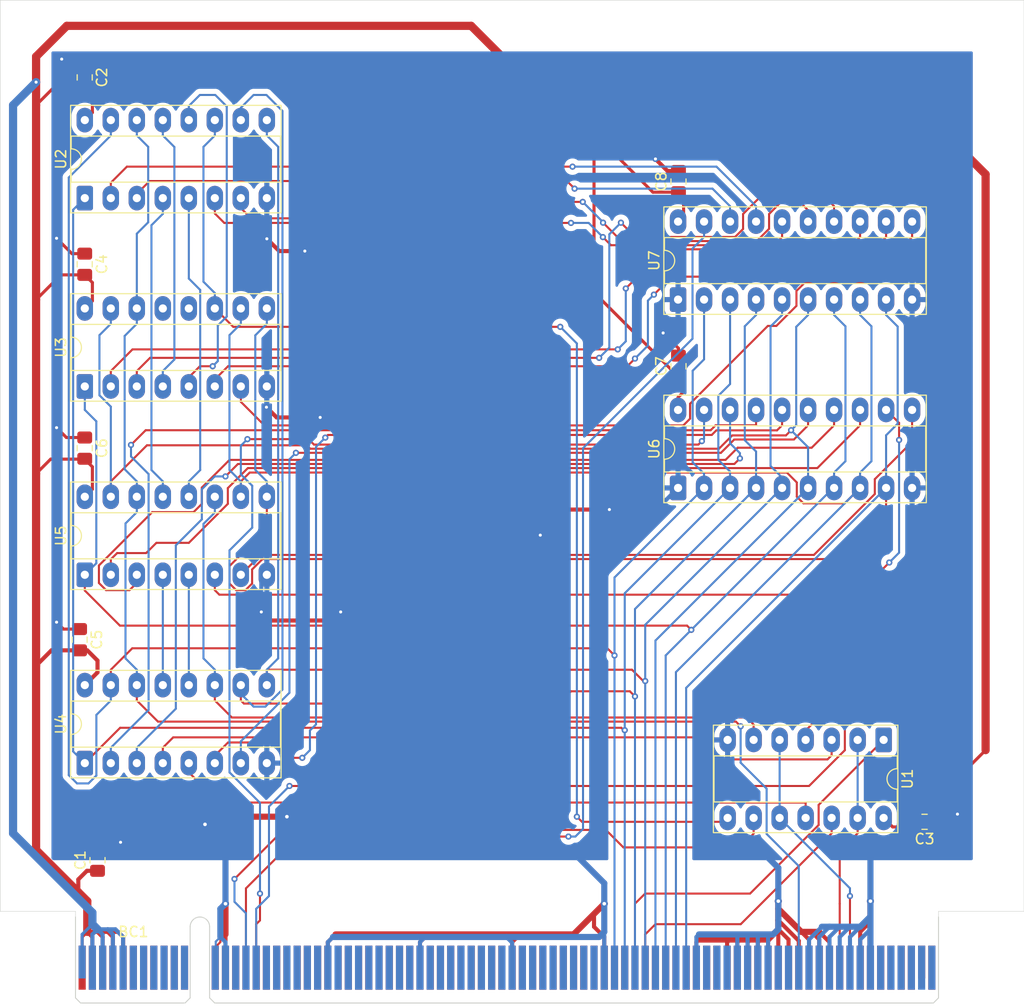
<source format=kicad_pcb>
(kicad_pcb (version 20241229) (generator "pcbnew") (generator_version "9.0")
  (layers (0 "F.Cu" signal) (2 "B.Cu" signal) (13 "F.Paste" user) (15 "B.Paste" user) (5 "F.SilkS" user "F.Silkscreen") (7 "B.SilkS" user "B.Silkscreen") (1 "F.Mask" user) (3 "B.Mask" user) (25 "Edge.Cuts" user))
  (net 0 "")
  (net 1 "VCC")
  (net 2 "GND")
  (net 3 "/~{RSPL}")
  (net 4 "/~{RSPH}")
  (net 5 "/SPINC")
  (net 6 "/RESET")
  (net 7 "/LSPH")
  (net 8 "/PULSE")
  (net 9 "/SPDEC")
  (net 10 "Net-(U2-~{CO})")
  (net 11 "Net-(U2-~{BO})")
  (net 12 "/DH5")
  (net 13 "Net-(U2-DOWN)")
  (net 14 "/DH7")
  (net 15 "Net-(U2-UP)")
  (net 16 "/DH6")
  (net 17 "/DH4")
  (net 18 "/DH3")
  (net 19 "/DH0")
  (net 20 "/DH1")
  (net 23 "Net-(U4-~{CO})")
  (net 24 "/DL7")
  (net 25 "/DL4")
  (net 26 "Net-(U4-~{BO})")
  (net 27 "/DL6")
  (net 28 "/DL3")
  (net 29 "/DL1")
  (net 30 "/DL0")
  (net 31 "/DL2")
  (net 62 "/DATA0")
  (net 63 "/DATA1")
  (net 64 "/DATA2")
  (net 65 "/DATA3")
  (net 66 "/DATA4")
  (net 67 "/DATA5")
  (net 68 "/DATA6")
  (net 69 "/DATA7")
  (net 111 "/~{CLK}")
  (net 112 "/LSPL")
  (net 113 "/Ph")
  (net 114 "/CPd")
  (net 115 "/CPu")
  (net 116 "/Pl")
  (net 117 "/DH2")
  (net 118 "/DL5")
  (footprint "Capacitor_SMD:C_0805_2012Metric_Pad1.18x1.45mm_HandSolder" (layer "F.Cu") (at 114.25 97.9625 -90)
    (property "Reference" "C5")
    (property "Value" "C")
  )
  (footprint "Package_DIP:DIP-16_W7.62mm_Socket_LongPads" (layer "F.Cu") (at 114.76 54.8267 90)
    (property "Reference" "U2")
    (property "Value" "74HC193")
  )
  (footprint "Capacitor_SMD:C_0805_2012Metric_Pad1.18x1.45mm_HandSolder" (layer "F.Cu") (at 172.75 71.25 90)
    (property "Reference" "C7")
    (property "Value" "C")
  )
  (footprint "Capacitor_SMD:C_0805_2012Metric_Pad1.18x1.45mm_HandSolder" (layer "F.Cu") (at 114.75 79.25 -90)
    (property "Reference" "C6")
    (property "Value" "C")
  )
  (footprint "Capacitor_SMD:C_0805_2012Metric_Pad1.18x1.45mm_HandSolder" (layer "F.Cu") (at 114.75 43.0375 -90)
    (property "Reference" "C2")
    (property "Value" "C")
  )
  (footprint "Connector_PCBEdge:BUS_PCIexpress_x16" (layer "F.Cu") (at 114.5 130)
    (property "Reference" "BC1")
    (property "Value" "BusConnector")
    (fp_line (start -0.65 -4.95) (end -0.65 2.95) (stroke (width 0.1)) (layer "Edge.Cuts"))
    (fp_line (start -0.65 2.95) (end -0.15 3.45) (stroke (width 0.1)) (layer "Edge.Cuts"))
    (fp_line (start -0.15 3.45) (end 10.05 3.45) (stroke (width 0.1)) (layer "Edge.Cuts"))
    (fp_line (start 10.55 -4) (end 10.55 2.95) (stroke (width 0.1)) (layer "Edge.Cuts"))
    (fp_line (start 10.55 2.95) (end 10.05 3.45) (stroke (width 0.1)) (layer "Edge.Cuts"))
    (fp_line (start 12.45 -4) (end 12.45 2.95) (stroke (width 0.1)) (layer "Edge.Cuts"))
    (fp_line (start 12.45 2.95) (end 12.95 3.45) (stroke (width 0.1)) (layer "Edge.Cuts"))
    (fp_line (start 12.95 3.45) (end 83.15 3.45) (stroke (width 0.1)) (layer "Edge.Cuts"))
    (fp_line (start 83.65 -4.95) (end 83.65 2.95) (stroke (width 0.1)) (layer "Edge.Cuts"))
    (fp_line (start 83.65 2.95) (end 83.15 3.45) (stroke (width 0.1)) (layer "Edge.Cuts"))
    (fp_arc (start 10.55 -4) (mid 11.5 -4.95) (end 12.45 -4) (stroke (width 0.1)) (layer "Edge.Cuts"))
  )
  (footprint "Package_DIP:DIP-16_W7.62mm_Socket_LongPads" (layer "F.Cu") (at 114.76 110.0167 90)
    (property "Reference" "U4")
    (property "Value" "74HC193")
  )
  (footprint "Package_DIP:DIP-16_W7.62mm_Socket_LongPads" (layer "F.Cu") (at 114.76 91.62 90)
    (property "Reference" "U5")
    (property "Value" "74HC193")
  )
  (footprint "Package_DIP:DIP-14_W7.62mm_Socket_LongPads" (layer "F.Cu") (at 192.79 107.75 -90)
    (property "Reference" "U1")
    (property "Value" "74HC00")
  )
  (footprint "Package_DIP:DIP-20_W7.62mm_Socket_LongPads" (layer "F.Cu") (at 172.7092 64.7406 90)
    (property "Reference" "U7")
    (property "Value" "74HC245")
  )
  (footprint "Capacitor_SMD:C_0805_2012Metric_Pad1.18x1.45mm_HandSolder" (layer "F.Cu") (at 172.75 53.2125 90)
    (property "Reference" "C8")
    (property "Value" "C")
  )
  (footprint "Capacitor_SMD:C_0805_2012Metric_Pad1.18x1.45mm_HandSolder" (layer "F.Cu") (at 114.75 61.2875 -90)
    (property "Reference" "C4")
    (property "Value" "C")
  )
  (footprint "Package_DIP:DIP-20_W7.62mm_Socket_LongPads" (layer "F.Cu") (at 172.7092 83.1373 90)
    (property "Reference" "U6")
    (property "Value" "74HC245")
  )
  (footprint "Package_DIP:DIP-16_W7.62mm_Socket_LongPads" (layer "F.Cu") (at 114.76 73.2233 90)
    (property "Reference" "U3")
    (property "Value" "74HC193")
  )
  (footprint "Capacitor_SMD:C_0805_2012Metric_Pad1.18x1.45mm_HandSolder" (layer "F.Cu") (at 196.7875 115.75 180)
    (property "Reference" "C3")
    (property "Value" "C")
  )
  (footprint "Capacitor_SMD:C_0805_2012Metric_Pad1.18x1.45mm_HandSolder" (layer "F.Cu") (at 116 119.5 90)
    (property "Reference" "C1")
    (property "Value" "C")
  )
  (gr_line (start 198.15 124.5) (end 206.5 124.5) (stroke (width 0.05)) (layer "Edge.Cuts"))
  (gr_line (start 113.85 124.5) (end 113.85 125.05) (stroke (width 0.05)) (layer "Edge.Cuts"))
  (gr_line (start 206.5 35.5) (end 106.5 35.5) (stroke (width 0.05)) (layer "Edge.Cuts"))
  (gr_line (start 106.5 124.5) (end 106.5 35.5) (stroke (width 0.05)) (layer "Edge.Cuts"))
  (gr_line (start 198.15 124.5) (end 198.15 125.05) (stroke (width 0.05)) (layer "Edge.Cuts"))
  (gr_line (start 206.5 35.5) (end 206.5 124.5) (stroke (width 0.05)) (layer "Edge.Cuts"))
  (gr_line (start 106.5 124.5) (end 113.85 124.5) (stroke (width 0.05)) (layer "Edge.Cuts"))
  (segment (start 172.7092 57.1206) (end 172.7091 57.1205) (width 0.2) (layer "F.Cu") (net 1))
  (segment (start 114.75 44.075) (end 115.5 44.825) (width 0.3) (layer "F.Cu") (net 1))
  (segment (start 114.75 44.075) (end 111.675 44.075) (width 0.3) (layer "F.Cu") (net 1))
  (segment (start 173.25 56.5798) (end 172.7091 57.1205) (width 0.3) (layer "F.Cu") (net 1))
  (segment (start 115.5 46.4667) (end 114.76 47.2067) (width 0.3) (layer "F.Cu") (net 1))
  (segment (start 172.7092 75.5173) (end 172.7092 74.2908) (width 0.3) (layer "F.Cu") (net 1))
  (segment (start 110 43.5) (end 110 41) (width 0.8) (layer "F.Cu") (net 1))
  (segment (start 152.5 38) (end 163.75 49.25) (width 0.8) (layer "F.Cu") (net 1))
  (segment (start 111.675 44.075) (end 110 45.75) (width 0.3) (layer "F.Cu") (net 1))
  (segment (start 114.75 62.325) (end 112.425 62.325) (width 0.3) (layer "F.Cu") (net 1))
  (segment (start 115.5 63.075) (end 115.5 64.8633) (width 0.3) (layer "F.Cu") (net 1))
  (segment (start 173.2 72.7375) (end 172.75 72.2875) (width 0.3) (layer "F.Cu") (net 1))
  (segment (start 114.125 122.625) (end 114.125 121.375) (width 0.4) (layer "F.Cu") (net 1))
  (segment (start 173.25 54.75) (end 173.25 56.5798) (width 0.3) (layer "F.Cu") (net 1))
  (segment (start 115 102.157) (end 114.7602 102.3968) (width 0.2) (layer "F.Cu") (net 1))
  (segment (start 114.9625 120.5375) (end 116 120.5375) (width 0.4) (layer "F.Cu") (net 1))
  (segment (start 114.25 99) (end 115 99) (width 0.4) (layer "F.Cu") (net 1))
  (segment (start 172.75 54.25) (end 173.25 54.75) (width 0.3) (layer "F.Cu") (net 1))
  (segment (start 112.425 62.325) (end 110 64.75) (width 0.3) (layer "F.Cu") (net 1))
  (segment (start 116 100) (end 116 101.1567) (width 0.4) (layer "F.Cu") (net 1))
  (segment (start 114.5 127) (end 114.5 130) (width 0.3) (layer "F.Cu") (net 1))
  (segment (start 195.75 115.75) (end 195.25 116.25) (width 0.3) (layer "F.Cu") (net 1))
  (segment (start 114.7601 102.3967) (end 114.7602 102.3968) (width 0.2) (layer "F.Cu") (net 1))
  (segment (start 115 126.5) (end 114.5 127) (width 0.3) (layer "F.Cu") (net 1))
  (segment (start 113 38) (end 152.5 38) (width 0.8) (layer "F.Cu") (net 1))
  (segment (start 115.5 127) (end 115 126.5) (width 0.4) (layer "F.Cu") (net 1))
  (segment (start 172.75 72.2875) (end 164.5 64.0375) (width 0.3) (layer "F.Cu") (net 1))
  (segment (start 116.5 130) (end 116.5 127) (width 0.4) (layer "F.Cu") (net 1))
  (segment (start 193.67 116.25) (end 192.79 115.37) (width 0.3) (layer "F.Cu") (net 1))
  (segment (start 110 45.75) (end 110 43.5) (width 0.8) (layer "F.Cu") (net 1))
  (segment (start 114.7602 102.3968) (end 114.76 102.397) (width 0.2) (layer "F.Cu") (net 1))
  (segment (start 172.7091 75.5172) (end 172.709 75.5173) (width 0.2) (layer "F.Cu") (net 1))
  (segment (start 115 99) (end 116 100) (width 0.4) (layer "F.Cu") (net 1))
  (segment (start 117.5 130) (end 117.5 127) (width 0.4) (layer "F.Cu") (net 1))
  (segment (start 164.5 49.25) (end 165.25 49.25) (width 0.8) (layer "F.Cu") (net 1))
  (segment (start 195.25 116.25) (end 193.67 116.25) (width 0.3) (layer "F.Cu") (net 1))
  (segment (start 114.75 62.325) (end 115.5 63.075) (width 0.3) (layer "F.Cu") (net 1))
  (segment (start 164.5 64.0375) (end 164.5 49.25) (width 0.3) (layer "F.Cu") (net 1))
  (segment (start 114.76 102.3967) (end 114.7601 102.3967) (width 0.2) (layer "F.Cu") (net 1))
  (segment (start 114.125 121.375) (end 114.9625 120.5375) (width 0.4) (layer "F.Cu") (net 1))
  (segment (start 172.75 54.25) (end 170.25 54.25) (width 0.3) (layer "F.Cu") (net 1))
  (segment (start 117 126.5) (end 118 126.5) (width 0.4) (layer "F.Cu") (net 1))
  (segment (start 114.75 80.325) (end 115.5 81.075) (width 0.3) (layer "F.Cu") (net 1))
  (segment (start 115.5 64.8633) (end 114.76 65.6033) (width 0.3) (layer "F.Cu") (net 1))
  (segment (start 172.7092 75.5173) (end 172.7091 75.5172) (width 0.2) (layer "F.Cu") (net 1))
  (segment (start 115 126.5) (end 115 123.5) (width 0.8) (layer "F.Cu") (net 1))
  (segment (start 115.5 81.075) (end 115.5 83.26) (width 0.3) (layer "F.Cu") (net 1))
  (segment (start 172.7092 74.2908) (end 173.2 73.8) (width 0.3) (layer "F.Cu") (net 1))
  (segment (start 110 100.5) (end 110 81.75) (width 0.8) (layer "F.Cu") (net 1))
  (segment (start 116 101.1567) (end 114.76 102.3967) (width 0.4) (layer "F.Cu") (net 1))
  (segment (start 173.2 73.8) (end 173.2 72.7375) (width 0.3) (layer "F.Cu") (net 1))
  (segment (start 110 81.75) (end 110 64.75) (width 0.8) (layer "F.Cu") (net 1))
  (segment (start 118 126.5) (end 118.5 127) (width 0.4) (layer "F.Cu") (net 1))
  (segment (start 115.5 130) (end 115.5 127) (width 0.4) (layer "F.Cu") (net 1))
  (segment (start 115 123.5) (end 114.125 122.625) (width 0.8) (layer "F.Cu") (net 1))
  (segment (start 165.25 49.25) (end 199.5 49.25) (width 0.8) (layer "F.Cu") (net 1))
  (segment (start 114.125 122.625) (end 110 118.5) (width 0.8) (layer "F.Cu") (net 1))
  (segment (start 115.5 44.825) (end 115.5 46.4667) (width 0.3) (layer "F.Cu") (net 1))
  (segment (start 117 126.5) (end 116 126.5) (width 0.4) (layer "F.Cu") (net 1))
  (segment (start 117.5 127) (end 117 126.5) (width 0.4) (layer "F.Cu") (net 1))
  (segment (start 111.5 99) (end 110 100.5) (width 0.4) (layer "F.Cu") (net 1))
  (segment (start 170.25 54.25) (end 165.25 49.25) (width 0.3) (layer "F.Cu") (net 1))
  (segment (start 115.5 83.26) (end 114.76 84) (width 0.3) (layer "F.Cu") (net 1))
  (segment (start 116 126.5) (end 115 126.5) (width 0.4) (layer "F.Cu") (net 1))
  (segment (start 172.7091 57.1205) (end 172.709 57.1206) (width 0.2) (layer "F.Cu") (net 1))
  (segment (start 114.75 80.325) (end 111.425 80.325) (width 0.3) (layer "F.Cu") (net 1))
  (segment (start 110 41) (end 113 38) (width 0.8) (layer "F.Cu") (net 1))
  (segment (start 202.75 52.5) (end 202.75 108.75) (width 0.8) (layer "F.Cu") (net 1))
  (segment (start 163.75 49.25) (end 164.5 49.25) (width 0.8) (layer "F.Cu") (net 1))
  (segment (start 110 118.5) (end 110 100.5) (width 0.8) (layer "F.Cu") (net 1))
  (segment (start 111.425 80.325) (end 110 81.75) (width 0.3) (layer "F.Cu") (net 1))
  (segment (start 110 64.75) (end 110 45.75) (width 0.8) (layer "F.Cu") (net 1))
  (segment (start 114.25 99) (end 111.5 99) (width 0.4) (layer "F.Cu") (net 1))
  (segment (start 199.5 49.25) (end 202.75 52.5) (width 0.8) (layer "F.Cu") (net 1))
  (segment (start 116.5 127) (end 116 126.5) (width 0.4) (layer "F.Cu") (net 1))
  (segment (start 195.75 115.75) (end 202.75 108.75) (width 0.3) (layer "F.Cu") (net 1))
  (segment (start 118.5 127) (end 118.5 130) (width 0.4) (layer "F.Cu") (net 1))
  (via (at 110 43.5) (size 0.6) (drill 0.3) (layers "F.Cu" "B.Cu") (net 1))
  (segment (start 117 126.25) (end 116 126.25) (width 0.4) (layer "B.Cu") (net 1))
  (segment (start 116.5 130.25) (end 116.5 130) (width 0.4) (layer "B.Cu") (net 1))
  (segment (start 118.5 130) (end 118.5 127) (width 0.4) (layer "B.Cu") (net 1))
  (segment (start 117.5 126.75) (end 117 126.25) (width 0.4) (layer "B.Cu") (net 1))
  (segment (start 117.5 130) (end 117.5 126.75) (width 0.4) (layer "B.Cu") (net 1))
  (segment (start 117.75 126.25) (end 117 126.25) (width 0.4) (layer "B.Cu") (net 1))
  (segment (start 107.75 116.875) (end 107.75 45.75) (width 0.8) (layer "B.Cu") (net 1))
  (segment (start 118.5 127) (end 117.75 126.25) (width 0.4) (layer "B.Cu") (net 1))
  (segment (start 115.5 130) (end 115.5 126.75) (width 0.4) (layer "B.Cu") (net 1))
  (segment (start 115.5 125.75) (end 115.5 124.625) (width 0.8) (layer "B.Cu") (net 1))
  (segment (start 114.5 126.75) (end 115.5 125.75) (width 0.3) (layer "B.Cu") (net 1))
  (segment (start 116 126.25) (end 115.5 125.75) (width 0.8) (layer "B.Cu") (net 1))
  (segment (start 117.5 130.25) (end 117.5 130) (width 0.4) (layer "B.Cu") (net 1))
  (segment (start 115.5 124.625) (end 107.75 116.875) (width 0.8) (layer "B.Cu") (net 1))
  (segment (start 118.5 130.25) (end 118.5 130) (width 0.4) (layer "B.Cu") (net 1))
  (segment (start 115.5 126.75) (end 116 126.25) (width 0.4) (layer "B.Cu") (net 1))
  (segment (start 107.75 45.75) (end 110 43.5) (width 0.8) (layer "B.Cu") (net 1))
  (segment (start 116.5 126.75) (end 116 126.25) (width 0.4) (layer "B.Cu") (net 1))
  (segment (start 114.5 129.45) (end 114.5 126.75) (width 0.3) (layer "B.Cu") (net 1))
  (segment (start 116.5 130) (end 116.5 126.75) (width 0.4) (layer "B.Cu") (net 1))
  (segment (start 182.5 125.375) (end 184.5 127.375) (width 0.4) (layer "F.Cu") (net 2))
  (segment (start 180.5 127.5) (end 180.5 130) (width 0.4) (layer "F.Cu") (net 2))
  (segment (start 182.5 125.375) (end 182.5 126.25) (width 0.4) (layer "F.Cu") (net 2))
  (segment (start 139.25 126.75) (end 138.5 127.5) (width 0.4) (layer "F.Cu") (net 2))
  (segment (start 127.25 115.25) (end 126.5 116) (width 0.6) (layer "F.Cu") (net 2))
  (segment (start 113.25 42) (end 112.5 41.25) (width 0.3) (layer "F.Cu") (net 2))
  (segment (start 138.9137 96.0863) (end 139.75 95.25) (width 0.4) (layer "F.Cu") (net 2))
  (segment (start 180.75 127.25) (end 181.5 127.25) (width 0.6) (layer "F.Cu") (net 2))
  (segment (start 180.75 127.25) (end 180.5 127.5) (width 0.4) (layer "F.Cu") (net 2))
  (segment (start 172.75 69.5) (end 172.75 70.2125) (width 0.3) (layer "F.Cu") (net 2))
  (segment (start 182.5 125.375) (end 182.5 123.5) (width 0.6) (layer "F.Cu") (net 2))
  (segment (start 170.5 51) (end 171.675 52.175) (width 0.4) (layer "F.Cu") (net 2))
  (segment (start 114.75 42) (end 113.25 42) (width 0.3) (layer "F.Cu") (net 2))
  (segment (start 156.5 127.5) (end 156.5 130) (width 0.4) (layer "F.Cu") (net 2))
  (segment (start 171.675 52.175) (end 172.75 52.175) (width 0.4) (layer "F.Cu") (net 2))
  (segment (start 157.25 126.75) (end 156.5 127.5) (width 0.4) (layer "F.Cu") (net 2))
  (segment (start 186.5 126.5) (end 187.5 127.5) (width 0.4) (layer "F.Cu") (net 2))
  (segment (start 132.8363 96.0863) (end 138.9137 96.0863) (width 0.4) (layer "F.Cu") (net 2))
  (segment (start 164.5 126) (end 164.5 124.75) (width 0.4) (layer "F.Cu") (net 2))
  (segment (start 200 115) (end 199.25 115.75) (width 0.3) (layer "F.Cu") (net 2))
  (segment (start 174.5 130) (end 174.5 127.5) (width 0.4) (layer "F.Cu") (net 2))
  (segment (start 184.75 126.5) (end 182.5 124.25) (width 0.6) (layer "F.Cu") (net 2))
  (segment (start 182.5 126.25) (end 182.5 130) (width 0.4) (layer "F.Cu") (net 2))
  (segment (start 162.5 126.75) (end 165.5 123.75) (width 0.6) (layer "F.Cu") (net 2))
  (segment (start 134.5 115.25) (end 127.25 115.25) (width 0.6) (layer "F.Cu") (net 2))
  (segment (start 128.5 126.75) (end 128.5 123.75) (width 0.6) (layer "F.Cu") (net 2))
  (segment (start 182.5 126.25) (end 183.5 127.25) (width 0.4) (layer "F.Cu") (net 2))
  (segment (start 183.5 127.25) (end 183.5 130) (width 0.4) (layer "F.Cu") (net 2))
  (segment (start 179.75 127.25) (end 179.5 127.5) (width 0.4) (layer "F.Cu") (net 2))
  (segment (start 191.5 130) (end 191.5 125.5) (width 0.6) (layer "F.Cu") (net 2))
  (segment (start 132 95.25) (end 132.8363 96.0863) (width 0.4) (layer "F.Cu") (net 2))
  (segment (start 190.5 126.5) (end 191.5 125.5) (width 0.4) (layer "F.Cu") (net 2))
  (segment (start 184.75 126.5) (end 185.5 127.25) (width 0.4) (layer "F.Cu") (net 2))
  (segment (start 185.5 127.25) (end 185.5 130) (width 0.4) (layer "F.Cu") (net 2))
  (segment (start 181.5 127.25) (end 182.5 126.25) (width 0.6) (layer "F.Cu") (net 2))
  (segment (start 112.675 96.925) (end 114.25 96.925) (width 0.3) (layer "F.Cu") (net 2))
  (segment (start 139.25 126.75) (end 162.5 126.75) (width 0.6) (layer "F.Cu") (net 2))
  (segment (start 112 96.25) (end 112.675 96.925) (width 0.3) (layer "F.Cu") (net 2))
  (segment (start 184.5 127.375) (end 184.5 130) (width 0.4) (layer "F.Cu") (net 2))
  (segment (start 186.5 127.25) (end 186.5 130) (width 0.4) (layer "F.Cu") (net 2))
  (segment (start 177.75 127.25) (end 177.5 127.5) (width 0.4) (layer "F.Cu") (net 2))
  (segment (start 178.5 130) (end 178.5 127.5) (width 0.4) (layer "F.Cu") (net 2))
  (segment (start 182.5 126.25) (end 182.5 125.375) (width 0.6) (layer "F.Cu") (net 2))
  (segment (start 187.5 127.5) (end 187.5 130) (width 0.4) (layer "F.Cu") (net 2))
  (segment (start 186.5 126.5) (end 184.75 126.5) (width 0.6) (layer "F.Cu") (net 2))
  (segment (start 147.5 127.5) (end 147.5 130) (width 0.4) (layer "F.Cu") (net 2))
  (segment (start 171.25 68) (end 172.75 69.5) (width 0.3) (layer "F.Cu") (net 2))
  (segment (start 179.5 127.5) (end 179.5 130) (width 0.4) (layer "F.Cu") (net 2))
  (segment (start 178.75 127.25) (end 179.75 127.25) (width 0.6) (layer "F.Cu") (net 2))
  (segment (start 133.75 60) (end 136.25 60) (width 0.4) (layer "F.Cu") (net 2))
  (segment (start 127.551 127.949) (end 127.551 130) (width 0.2) (layer "F.Cu") (net 2))
  (segment (start 138.5 127.5) (end 138.5 130) (width 0.4) (layer "F.Cu") (net 2))
  (segment (start 177.5 127.5) (end 177.5 130) (width 0.4) (layer "F.Cu") (net 2))
  (segment (start 112 58.75) (end 113.5 60.25) (width 0.3) (layer "F.Cu") (net 2))
  (segment (start 185.75 126.5) (end 186.5 127.25) (width 0.4) (layer "F.Cu") (net 2))
  (segment (start 174.75 127.25) (end 177.75 127.25) (width 0.6) (layer "F.Cu") (net 2))
  (segment (start 117.5375 118.4625) (end 116 118.4625) (width 0.3) (layer "F.Cu") (net 2))
  (segment (start 128.5 126.75) (end 128.5 130) (width 0.4) (layer "F.Cu") (net 2))
  (segment (start 181.5 130) (end 181.5 127.25) (width 0.4) (layer "F.Cu") (net 2))
  (segment (start 128.5 125.4) (end 128 125.9) (width 0.2) (layer "F.Cu") (net 2))
  (segment (start 184.5 130) (end 184.5 130.125) (width 0.4) (layer "F.Cu") (net 2))
  (segment (start 161.75 85.25) (end 166 85.25) (width 0.4) (layer "F.Cu") (net 2))
  (segment (start 132.5 58.75) (end 133.75 60) (width 0.4) (layer "F.Cu") (net 2))
  (segment (start 128 127.5) (end 127.551 127.949) (width 0.2) (layer "F.Cu") (net 2))
  (segment (start 178.5 127.5) (end 178.75 127.25) (width 0.4) (layer "F.Cu") (net 2))
  (segment (start 190.5 130) (end 190.5 126.5) (width 0.4) (layer "F.Cu") (net 2))
  (segment (start 128 125.9) (end 128 127.5) (width 0.2) (layer "F.Cu") (net 2))
  (segment (start 174.5 127.5) (end 174.75 127.25) (width 0.4) (layer "F.Cu") (net 2))
  (segment (start 191.5 125.5) (end 191.5 123.5) (width 0.6) (layer "F.Cu") (net 2))
  (segment (start 112 77.25) (end 112.9625 78.2125) (width 0.3) (layer "F.Cu") (net 2))
  (segment (start 148.25 126.75) (end 147.5 127.5) (width 0.4) (layer "F.Cu") (net 2))
  (segment (start 118.25 117.75) (end 117.5375 118.4625) (width 0.3) (layer "F.Cu") (net 2))
  (segment (start 165.5 130) (end 165.5 127) (width 0.4) (layer "F.Cu") (net 2))
  (segment (start 137.75 76.25) (end 133.5 76.25) (width 0.4) (layer "F.Cu") (net 2))
  (segment (start 165.5 127) (end 164.5 126) (width 0.4) (layer "F.Cu") (net 2))
  (segment (start 179.75 127.25) (end 180.75 127.25) (width 0.6) (layer "F.Cu") (net 2))
  (segment (start 159.25 87.75) (end 161.75 85.25) (width 0.4) (layer "F.Cu") (net 2))
  (segment (start 177.75 127.25) (end 178.75 127.25) (width 0.6) (layer "F.Cu") (net 2))
  (segment (start 133.5 76.25) (end 132.5 75.25) (width 0.4) (layer "F.Cu") (net 2))
  (segment (start 199.25 115.75) (end 197.825 115.75) (width 0.3) (layer "F.Cu") (net 2))
  (segment (start 113.5 60.25) (end 114.75 60.25) (width 0.3) (layer "F.Cu") (net 2))
  (segment (start 112.9625 78.2125) (end 114.75 78.2125) (width 0.3) (layer "F.Cu") (net 2))
  (via (at 126.5 116) (size 0.7) (drill 0.35) (layers "F.Cu" "B.Cu") (net 2))
  (via (at 134.5 115.25) (size 0.7) (drill 0.35) (layers "F.Cu" "B.Cu") (net 2))
  (via (at 128.5 123.75) (size 0.7) (drill 0.35) (layers "F.Cu" "B.Cu") (net 2))
  (via (at 112 96.25) (size 0.6) (drill 0.3) (layers "F.Cu" "B.Cu") (net 2))
  (via (at 159.25 87.75) (size 0.6) (drill 0.3) (layers "F.Cu" "B.Cu") (net 2))
  (via (at 170.5 51) (size 0.6) (drill 0.3) (layers "F.Cu" "B.Cu") (net 2))
  (via (at 139.75 95.25) (size 0.6) (drill 0.3) (layers "F.Cu" "B.Cu") (net 2))
  (via (at 112.5 41.25) (size 0.6) (drill 0.3) (layers "F.Cu" "B.Cu") (net 2))
  (via (at 132.5 75.25) (size 0.6) (drill 0.3) (layers "F.Cu" "B.Cu") (net 2))
  (via (at 112 77.25) (size 0.6) (drill 0.3) (layers "F.Cu" "B.Cu") (net 2))
  (via (at 136.25 60) (size 0.6) (drill 0.3) (layers "F.Cu" "B.Cu") (net 2))
  (via (at 137.75 76.25) (size 0.6) (drill 0.3) (layers "F.Cu" "B.Cu") (net 2))
  (via (at 200 115) (size 0.6) (drill 0.3) (layers "F.Cu" "B.Cu") (net 2))
  (via (at 171.25 68) (size 0.6) (drill 0.3) (layers "F.Cu" "B.Cu") (net 2))
  (via (at 166 85.25) (size 0.6) (drill 0.3) (layers "F.Cu" "B.Cu") (net 2))
  (via (at 132 95.25) (size 0.6) (drill 0.3) (layers "F.Cu" "B.Cu") (net 2))
  (via (at 118.25 117.75) (size 0.6) (drill 0.3) (layers "F.Cu" "B.Cu") (net 2))
  (via (at 191.5 123.5) (size 0.7) (drill 0.35) (layers "F.Cu" "B.Cu") (net 2))
  (via (at 182.5 123.5) (size 0.7) (drill 0.35) (layers "F.Cu" "B.Cu") (net 2))
  (via (at 165.5 123.75) (size 0.7) (drill 0.35) (layers "F.Cu" "B.Cu") (net 2))
  (via (at 132.54 58.8) (size 0.6) (drill 0.3) (layers "F.Cu" "B.Cu") (net 2))
  (via (at 112 58.75) (size 0.6) (drill 0.3) (layers "F.Cu" "B.Cu") (net 2))
  (segment (start 156.5 127.55) (end 156.5 130) (width 0.4) (layer "B.Cu") (net 2))
  (segment (start 132 95.25) (end 132 92.16) (width 0.4) (layer "B.Cu") (net 2))
  (segment (start 155.95 127) (end 165 127) (width 0.6) (layer "B.Cu") (net 2))
  (segment (start 178.5 127) (end 178.75 126.75) (width 0.4) (layer "B.Cu") (net 2))
  (segment (start 190.5 126) (end 187.5 126) (width 0.6) (layer "B.Cu") (net 2))
  (segment (start 148 127) (end 147.5 127.5) (width 0.4) (layer "B.Cu") (net 2))
  (segment (start 128.5 119) (end 126.5 117) (width 0.6) (layer "B.Cu") (net 2))
  (segment (start 181.5 130) (end 181.5 127) (width 0.4) (layer "B.Cu") (net 2))
  (segment (start 132.54 54.8267) (end 132.54 58.8) (width 0.4) (layer "B.Cu") (net 2))
  (segment (start 182 126.75) (end 182.5 126.25) (width 0.6) (layer "B.Cu") (net 2))
  (segment (start 147.5 127.5) (end 147.5 130) (width 0.4) (layer "B.Cu") (net 2))
  (segment (start 138.5 127.5) (end 139 127) (width 0.4) (layer "B.Cu") (net 2))
  (segment (start 165 127) (end 165.5 126.5) (width 0.6) (layer "B.Cu") (net 2))
  (segment (start 165.5 130.225) (end 165.5 126.5) (width 0.4) (layer "B.Cu") (net 2))
  (segment (start 185.5 127.25) (end 185.5 130) (width 0.4) (layer "B.Cu") (net 2))
  (segment (start 180.5 127) (end 180.75 126.75) (width 0.4) (layer "B.Cu") (net 2))
  (segment (start 186.75 126) (end 185.5 127.25) (width 0.4) (layer "B.Cu") (net 2))
  (segment (start 145.75 115.25) (end 134.5 115.25) (width 0.6) (layer "B.Cu") (net 2))
  (segment (start 170.5965 85.25) (end 172.7092 83.1373) (width 0.4) (layer "B.Cu") (net 2))
  (segment (start 179.5 127) (end 179.75 126.75) (width 0.4) (layer "B.Cu") (net 2))
  (segment (start 149 118.5) (end 145.75 115.25) (width 0.6) (layer "B.Cu") (net 2))
  (segment (start 189.5 127) (end 190.5 126) (width 0.4) (layer "B.Cu") (net 2))
  (segment (start 190.5 130) (end 190.5 127.25) (width 0.4) (layer "B.Cu") (net 2))
  (segment (start 188.5 130) (end 188.5 127) (width 0.4) (layer "B.Cu") (net 2))
  (segment (start 162.25 118.5) (end 149 118.5) (width 0.6) (layer "B.Cu") (net 2))
  (segment (start 186.5 130) (end 186.5 127) (width 0.4) (layer "B.Cu") (net 2))
  (segment (start 181.5 127) (end 181.75 126.75) (width 0.4) (layer "B.Cu") (net 2))
  (segment (start 187.5 127) (end 188.5 126) (width 0.4) (layer "B.Cu") (net 2))
  (segment (start 182.5 126.25) (end 182.5 123.5) (width 0.6) (layer "B.Cu") (net 2))
  (segment (start 128 127) (end 128 124.25) (width 0.6) (layer "B.Cu") (net 2))
  (segment (start 191.5 125) (end 190.5 126) (width 0.6) (layer "B.Cu") (net 2))
  (segment (start 147.25 127) (end 155.95 127) (width 0.6) (layer "B.Cu") (net 2))
  (segment (start 188.5 127) (end 189.5 126) (width 0.4) (layer "B.Cu") (net 2))
  (segment (start 191.5 125) (end 191.5 119) (width 0.6) (layer "B.Cu") (net 2))
  (segment (start 126.5 117) (end 126.5 116) (width 0.6) (layer "B.Cu") (net 2))
  (segment (start 178.5 130) (end 178.5 127) (width 0.4) (layer "B.Cu") (net 2))
  (segment (start 132.5 75.25) (end 132.5 73.2633) (width 0.4) (layer "B.Cu") (net 2))
  (segment (start 132.5 73.2633) (end 132.54 73.2233) (width 0.4) (layer "B.Cu") (net 2))
  (segment (start 165.5 126.5) (end 165.5 121.75) (width 0.6) (layer "B.Cu") (net 2))
  (segment (start 179.5 130) (end 179.5 127) (width 0.4) (layer "B.Cu") (net 2))
  (segment (start 186.5 127) (end 187.5 126) (width 0.4) (layer "B.Cu") (net 2))
  (segment (start 174.5 127) (end 174.75 126.75) (width 0.4) (layer "B.Cu") (net 2))
  (segment (start 174.75 126.75) (end 182 126.75) (width 0.6) (layer "B.Cu") (net 2))
  (segment (start 187.5 130) (end 187.5 127) (width 0.4) (layer "B.Cu") (net 2))
  (segment (start 189.5 130) (end 189.5 127) (width 0.4) (layer "B.Cu") (net 2))
  (segment (start 182.5 120.25) (end 181 118.75) (width 0.6) (layer "B.Cu") (net 2))
  (segment (start 128 124.25) (end 128.5 123.75) (width 0.6) (layer "B.Cu") (net 2))
  (segment (start 155.95 127) (end 156.5 127.55) (width 0.4) (layer "B.Cu") (net 2))
  (segment (start 174.5 130) (end 174.5 127) (width 0.4) (layer "B.Cu") (net 2))
  (segment (start 187.5 126) (end 186.75 126) (width 0.6) (layer "B.Cu") (net 2))
  (segment (start 190.5 127.25) (end 191.5 126.25) (width 0.4) (layer "B.Cu") (net 2))
  (segment (start 127.551 127.449) (end 127.551 130) (width 0.2) (layer "B.Cu") (net 2))
  (segment (start 128.5 123.75) (end 128.5 119) (width 0.6) (layer "B.Cu") (net 2))
  (segment (start 128 127) (end 128.5 127.5) (width 0.4) (layer "B.Cu") (net 2))
  (segment (start 128.5 127.5) (end 128.5 130) (width 0.4) (layer "B.Cu") (net 2))
  (segment (start 182.5 123.5) (end 182.5 120.25) (width 0.6) (layer "B.Cu") (net 2))
  (segment (start 128 127) (end 127.551 127.449) (width 0.2) (layer "B.Cu") (net 2))
  (segment (start 165.5 121.75) (end 162.25 118.5) (width 0.6) (layer "B.Cu") (net 2))
  (segment (start 180.5 130) (end 180.5 127) (width 0.4) (layer "B.Cu") (net 2))
  (segment (start 191.5 130) (end 191.5 125) (width 0.6) (layer "B.Cu") (net 2))
  (segment (start 166 85.25) (end 170.5965 85.25) (width 0.4) (layer "B.Cu") (net 2))
  (segment (start 138.5 130) (end 138.5 127.5) (width 0.4) (layer "B.Cu") (net 2))
  (segment (start 132 92.16) (end 132.54 91.62) (width 0.4) (layer "B.Cu") (net 2))
  (segment (start 147.25 127) (end 139 127) (width 0.6) (layer "B.Cu") (net 2))
  (segment (start 136.6118 78.3711) (end 130.6445 78.3711) (width 0.2) (layer "F.Cu") (net 3))
  (segment (start 175.0324 78.5632) (end 174.6916 78.904) (width 0.2) (layer "F.Cu") (net 3))
  (segment (start 137.1447 78.904) (end 136.6118 78.3711) (width 0.2) (layer "F.Cu") (net 3))
  (segment (start 131.5 130) (end 131.5 125.75) (width 0.2) (layer "F.Cu") (net 3))
  (segment (start 131.5 125.75) (end 131.871 125.379) (width 0.2) (layer "F.Cu") (net 3))
  (segment (start 174.6916 78.904) (end 137.1447 78.904) (width 0.2) (layer "F.Cu") (net 3))
  (segment (start 131.871 125.379) (end 131.871 122.7605) (width 0.2) (layer "F.Cu") (net 3))
  (via (at 130.6445 78.3711) (size 0.6) (drill 0.3) (layers "F.Cu" "B.Cu") (net 3))
  (via (at 131.871 122.7605) (size 0.6) (drill 0.3) (layers "F.Cu" "B.Cu") (net 3))
  (via (at 175.0324 78.5632) (size 0.6) (drill 0.3) (layers "F.Cu" "B.Cu") (net 3))
  (segment (start 130 79.0156) (end 130 81.8099) (width 0.2) (layer "B.Cu") (net 3))
  (segment (start 175.2492 78.3464) (end 175.2492 75.5173) (width 0.2) (layer "B.Cu") (net 3))
  (segment (start 128.8919 110.9184) (end 131.871 113.8975) (width 0.2) (layer "B.Cu") (net 3))
  (segment (start 131.1136 82.9235) (end 131.1136 87.0147) (width 0.2) (layer "B.Cu") (net 3))
  (segment (start 131.1136 87.0147) (end 128.8919 89.2364) (width 0.2) (layer "B.Cu") (net 3))
  (segment (start 130 81.8099) (end 131.1136 82.9235) (width 0.2) (layer "B.Cu") (net 3))
  (segment (start 131.871 113.8975) (end 131.871 122.7605) (width 0.2) (layer "B.Cu") (net 3))
  (segment (start 175.0324 78.5632) (end 175.2492 78.3464) (width 0.2) (layer "B.Cu") (net 3))
  (segment (start 128.8919 89.2364) (end 128.8919 110.9184) (width 0.2) (layer "B.Cu") (net 3))
  (segment (start 130.6445 78.3711) (end 130 79.0156) (width 0.2) (layer "B.Cu") (net 3))
  (segment (start 130.5 122.25) (end 130.5 130) (width 0.2) (layer "F.Cu") (net 4))
  (segment (start 135.5587 117.1913) (end 130.5 122.25) (width 0.2) (layer "F.Cu") (net 4))
  (segment (start 162 117.1913) (end 135.5587 117.1913) (width 0.2) (layer "F.Cu") (net 4))
  (via (at 162 117.1913) (size 0.6) (drill 0.3) (layers "F.Cu" "B.Cu") (net 4))
  (segment (start 162.6773 117.1913) (end 163.4256 116.443) (width 0.2) (layer "B.Cu") (net 4))
  (segment (start 174.1208 59.7507) (end 175.2492 58.6223) (width 0.2) (layer "B.Cu") (net 4))
  (segment (start 162 117.1913) (end 162.6773 117.1913) (width 0.2) (layer "B.Cu") (net 4))
  (segment (start 163.4256 116.443) (end 163.4256 79.2516) (width 0.2) (layer "B.Cu") (net 4))
  (segment (start 175.2492 58.6223) (end 175.2492 57.1206) (width 0.2) (layer "B.Cu") (net 4))
  (segment (start 163.4256 79.2516) (end 174.1208 68.5564) (width 0.2) (layer "B.Cu") (net 4))
  (segment (start 174.1208 68.5564) (end 174.1208 59.7507) (width 0.2) (layer "B.Cu") (net 4))
  (segment (start 178.8317 125.75) (end 187.71 116.8717) (width 0.2) (layer "F.Cu") (net 5))
  (segment (start 187.71 116.8717) (end 187.71 115.37) (width 0.2) (layer "F.Cu") (net 5))
  (segment (start 170.5 125.75) (end 178.8317 125.75) (width 0.2) (layer "F.Cu") (net 5))
  (segment (start 169.5 126.75) (end 170.5 125.75) (width 0.2) (layer "F.Cu") (net 5))
  (segment (start 169.5 130) (end 169.5 126.75) (width 0.2) (layer "F.Cu") (net 5))
  (segment (start 178.3609 105.9631) (end 121.9047 105.9631) (width 0.2) (layer "F.Cu") (net 6))
  (segment (start 119.84 102.3967) (end 119.84 103.8984) (width 0.2) (layer "F.Cu") (net 6))
  (segment (start 121.9047 105.9631) (end 119.84 103.8984) (width 0.2) (layer "F.Cu") (net 6))
  (segment (start 178.82 106.4222) (end 178.3609 105.9631) (width 0.2) (layer "F.Cu") (net 6))
  (via (at 178.82 106.4222) (size 0.6) (drill 0.3) (layers "F.Cu" "B.Cu") (net 6))
  (segment (start 184.5 130) (end 184.5 120.0736) (width 0.2) (layer "B.Cu") (net 6))
  (segment (start 120.9512 57.1913) (end 119.84 58.3025) (width 0.2) (layer "B.Cu") (net 6))
  (segment (start 119.84 84) (end 119.84 85.5017) (width 0.2) (layer "B.Cu") (net 6))
  (segment (start 119.84 67.105) (end 118.6508 68.2942) (width 0.2) (layer "B.Cu") (net 6))
  (segment (start 118.7342 99.7892) (end 118.7342 86.6075) (width 0.2) (layer "B.Cu") (net 6))
  (segment (start 119.84 48.7084) (end 120.9512 49.8196) (width 0.2) (layer "B.Cu") (net 6))
  (segment (start 119.84 102.3967) (end 119.84 100.895) (width 0.2) (layer "B.Cu") (net 6))
  (segment (start 184.5 120.0736) (end 181.36 116.9336) (width 0.2) (layer "B.Cu") (net 6))
  (segment (start 120.9512 49.8196) (end 120.9512 57.1913) (width 0.2) (layer "B.Cu") (net 6))
  (segment (start 118.7342 86.6075) (end 119.84 85.5017) (width 0.2) (layer "B.Cu") (net 6))
  (segment (start 118.6508 81.3091) (end 119.84 82.4983) (width 0.2) (layer "B.Cu") (net 6))
  (segment (start 118.6508 68.2942) (end 118.6508 81.3091) (width 0.2) (layer "B.Cu") (net 6))
  (segment (start 119.84 47.2067) (end 119.84 48.7084) (width 0.2) (layer "B.Cu") (net 6))
  (segment (start 119.84 84) (end 119.84 82.4983) (width 0.2) (layer "B.Cu") (net 6))
  (segment (start 178.82 109.9717) (end 178.82 106.4222) (width 0.2) (layer "B.Cu") (net 6))
  (segment (start 119.84 100.895) (end 118.7342 99.7892) (width 0.2) (layer "B.Cu") (net 6))
  (segment (start 119.84 65.6033) (end 119.84 67.105) (width 0.2) (layer "B.Cu") (net 6))
  (segment (start 181.36 116.9336) (end 181.36 112.5117) (width 0.2) (layer "B.Cu") (net 6))
  (segment (start 119.84 58.3025) (end 119.84 65.6033) (width 0.2) (layer "B.Cu") (net 6))
  (segment (start 181.36 112.5117) (end 178.82 109.9717) (width 0.2) (layer "B.Cu") (net 6))
  (segment (start 180.09 116.91) (end 178.75 118.25) (width 0.2) (layer "F.Cu") (net 7))
  (segment (start 165.66 116.5407) (end 134.1724 116.5407) (width 0.2) (layer "F.Cu") (net 7))
  (segment (start 134.1724 116.5407) (end 129.3795 121.3336) (width 0.2) (layer "F.Cu") (net 7))
  (segment (start 180.09 115.37) (end 180.09 116.91) (width 0.2) (layer "F.Cu") (net 7))
  (segment (start 178.75 118.25) (end 167.3693 118.25) (width 0.2) (layer "F.Cu") (net 7))
  (segment (start 167.3693 118.25) (end 165.66 116.5407) (width 0.2) (layer "F.Cu") (net 7))
  (via (at 129.3795 121.3336) (size 0.6) (drill 0.3) (layers "F.Cu" "B.Cu") (net 7))
  (segment (start 130.5 130) (end 130.5 124.6818) (width 0.2) (layer "B.Cu") (net 7))
  (segment (start 129.3795 123.5613) (end 129.3795 121.3336) (width 0.2) (layer "B.Cu") (net 7))
  (segment (start 130.5 124.6818) (end 129.3795 123.5613) (width 0.2) (layer "B.Cu") (net 7))
  (segment (start 189.5 130) (end 189.5 123) (width 0.2) (layer "F.Cu") (net 8))
  (via (at 189.5 123) (size 0.6) (drill 0.3) (layers "F.Cu" "B.Cu") (net 8))
  (segment (start 189.5 122.24) (end 182.63 115.37) (width 0.2) (layer "B.Cu") (net 8))
  (segment (start 182.63 107.75) (end 182.63 115.37) (width 0.2) (layer "B.Cu") (net 8))
  (segment (start 189.5 123) (end 189.5 122.24) (width 0.2) (layer "B.Cu") (net 8))
  (segment (start 186.44 114.1) (end 186.44 116.0644) (width 0.2) (layer "F.Cu") (net 9))
  (segment (start 186.44 116.0644) (end 179.7438 122.7606) (width 0.2) (layer "F.Cu") (net 9))
  (segment (start 169.4894 122.7606) (end 168.5 123.75) (width 0.2) (layer "F.Cu") (net 9))
  (segment (start 179.7438 122.7606) (end 169.4894 122.7606) (width 0.2) (layer "F.Cu") (net 9))
  (segment (start 168.5 130) (end 168.5 123.75) (width 0.2) (layer "F.Cu") (net 9))
  (segment (start 192.79 107.75) (end 186.44 114.1) (width 0.2) (layer "F.Cu") (net 9))
  (segment (start 124.92 72.33) (end 124.92 73.2233) (width 0.2) (layer "F.Cu") (net 10))
  (segment (start 126 71.25) (end 124.92 72.33) (width 0.2) (layer "F.Cu") (net 10))
  (segment (start 127.25 71.25) (end 126 71.25) (width 0.2) (layer "F.Cu") (net 10))
  (via (at 127.25 71.25) (size 0.6) (drill 0.3) (layers "F.Cu" "B.Cu") (net 10))
  (segment (start 127.5 44.75) (end 126 44.75) (width 0.2) (layer "B.Cu") (net 10))
  (segment (start 128.6242 66.3972) (end 128.6242 45.8742) (width 0.2) (layer "B.Cu") (net 10))
  (segment (start 128.6242 45.8742) (end 127.5 44.75) (width 0.2) (layer "B.Cu") (net 10))
  (segment (start 127.25 71.25) (end 127.75 70.75) (width 0.2) (layer "B.Cu") (net 10))
  (segment (start 127.75 67.2714) (end 128.6242 66.3972) (width 0.2) (layer "B.Cu") (net 10))
  (segment (start 127.75 70.75) (end 127.75 67.2714) (width 0.2) (layer "B.Cu") (net 10))
  (segment (start 124.92 45.83) (end 124.92 47.2067) (width 0.2) (layer "B.Cu") (net 10))
  (segment (start 126 44.75) (end 124.92 45.83) (width 0.2) (layer "B.Cu") (net 10))
  (segment (start 122.38 48.7084) (end 123.5084 49.8368) (width 0.2) (layer "B.Cu") (net 11))
  (segment (start 122.38 47.2067) (end 122.38 48.7084) (width 0.2) (layer "B.Cu") (net 11))
  (segment (start 122.38 73.2233) (end 122.38 71.7216) (width 0.2) (layer "B.Cu") (net 11))
  (segment (start 123.5084 70.5932) (end 122.38 71.7216) (width 0.2) (layer "B.Cu") (net 11))
  (segment (start 123.5084 49.8368) (end 123.5084 70.5932) (width 0.2) (layer "B.Cu") (net 11))
  (segment (start 117.3 73.2233) (end 117.3 71.7216) (width 0.2) (layer "F.Cu") (net 12))
  (segment (start 117.3 71.7216) (end 119.4191 69.6025) (width 0.2) (layer "F.Cu") (net 12))
  (segment (start 171.4289 59.8274) (end 189.2841 59.8274) (width 0.2) (layer "F.Cu") (net 12))
  (segment (start 119.4191 69.6025) (end 166.8156 69.6025) (width 0.2) (layer "F.Cu") (net 12))
  (segment (start 190.4892 57.1206) (end 190.4892 58.6223) (width 0.2) (layer "F.Cu") (net 12))
  (segment (start 167.6024 63.6539) (end 171.4289 59.8274) (width 0.2) (layer "F.Cu") (net 12))
  (segment (start 189.2841 59.8274) (end 190.4892 58.6223) (width 0.2) (layer "F.Cu") (net 12))
  (via (at 166.8156 69.6025) (size 0.6) (drill 0.3) (layers "F.Cu" "B.Cu") (net 12))
  (via (at 167.6024 63.6539) (size 0.6) (drill 0.3) (layers "F.Cu" "B.Cu") (net 12))
  (segment (start 167.6024 68.8157) (end 167.6024 63.6539) (width 0.2) (layer "B.Cu") (net 12))
  (segment (start 166.8156 69.6025) (end 167.6024 68.8157) (width 0.2) (layer "B.Cu") (net 12))
  (segment (start 122.38 84) (end 122.38 82.4983) (width 0.2) (layer "B.Cu") (net 13))
  (segment (start 122.38 54.8267) (end 122.38 56.3284) (width 0.2) (layer "B.Cu") (net 13))
  (segment (start 121.2688 81.3871) (end 121.2688 57.4782) (width 0.2) (layer "B.Cu") (net 13))
  (segment (start 121.2688 57.4782) (end 122.38 56.367) (width 0.2) (layer "B.Cu") (net 13))
  (segment (start 122.38 82.4983) (end 121.2688 81.3871) (width 0.2) (layer "B.Cu") (net 13))
  (segment (start 122.38 56.367) (end 122.38 56.3284) (width 0.2) (layer "B.Cu") (net 13))
  (segment (start 173.8811 74.909) (end 173.8811 76.3732) (width 0.2) (layer "F.Cu") (net 14))
  (segment (start 130 73.2233) (end 130 74.725) (width 0.2) (layer "F.Cu") (net 14))
  (segment (start 184.2722 65.3489) (end 182.3112 67.3099) (width 0.2) (layer "F.Cu") (net 14))
  (segment (start 173.8811 76.3732) (end 173.2243 77.03) (width 0.2) (layer "F.Cu") (net 14))
  (segment (start 181.4802 67.3099) (end 173.8811 74.909) (width 0.2) (layer "F.Cu") (net 14))
  (segment (start 182.3112 67.3099) (end 181.4802 67.3099) (width 0.2) (layer "F.Cu") (net 14))
  (segment (start 195.5692 58.6223) (end 191.0901 63.1014) (width 0.2) (layer "F.Cu") (net 14))
  (segment (start 191.0901 63.1014) (end 185.0665 63.1014) (width 0.2) (layer "F.Cu") (net 14))
  (segment (start 195.5692 57.1206) (end 195.5692 58.6223) (width 0.2) (layer "F.Cu") (net 14))
  (segment (start 184.2722 63.8957) (end 184.2722 65.3489) (width 0.2) (layer "F.Cu") (net 14))
  (segment (start 185.0665 63.1014) (end 184.2722 63.8957) (width 0.2) (layer "F.Cu") (net 14))
  (segment (start 132.305 77.03) (end 130 74.725) (width 0.2) (layer "F.Cu") (net 14))
  (segment (start 173.2243 77.03) (end 132.305 77.03) (width 0.2) (layer "F.Cu") (net 14))
  (segment (start 126.0311 63.7983) (end 126.0311 81.3872) (width 0.2) (layer "B.Cu") (net 15))
  (segment (start 124.92 82.4983) (end 124.92 84) (width 0.2) (layer "B.Cu") (net 15))
  (segment (start 124.92 62.6872) (end 126.0311 63.7983) (width 0.2) (layer "B.Cu") (net 15))
  (segment (start 126.0311 81.3872) (end 124.92 82.4983) (width 0.2) (layer "B.Cu") (net 15))
  (segment (start 124.92 54.8267) (end 124.92 62.6872) (width 0.2) (layer "B.Cu") (net 15))
  (segment (start 168.5 70.5) (end 167.75 71.25) (width 0.2) (layer "F.Cu") (net 16))
  (segment (start 172.1042 62.4998) (end 170.3496 64.2544) (width 0.2) (layer "F.Cu") (net 16))
  (segment (start 189.1517 62.4998) (end 172.1042 62.4998) (width 0.2) (layer "F.Cu") (net 16))
  (segment (start 128.75 71.25) (end 127.46 72.54) (width 0.2) (layer "F.Cu") (net 16))
  (segment (start 127.46 72.54) (end 127.46 73.2233) (width 0.2) (layer "F.Cu") (net 16))
  (segment (start 167.75 71.25) (end 128.75 71.25) (width 0.2) (layer "F.Cu") (net 16))
  (segment (start 193.0292 58.6223) (end 189.1517 62.4998) (width 0.2) (layer "F.Cu") (net 16))
  (segment (start 193.0292 57.1206) (end 193.0292 58.6223) (width 0.2) (layer "F.Cu") (net 16))
  (via (at 168.5 70.5) (size 0.6) (drill 0.3) (layers "F.Cu" "B.Cu") (net 16))
  (via (at 170.3496 64.2544) (size 0.6) (drill 0.3) (layers "F.Cu" "B.Cu") (net 16))
  (segment (start 169.7627 64.8413) (end 170.3496 64.2544) (width 0.2) (layer "B.Cu") (net 16))
  (segment (start 168.5 70.5) (end 169.7627 69.2373) (width 0.2) (layer "B.Cu") (net 16))
  (segment (start 169.7627 69.2373) (end 169.7627 64.8413) (width 0.2) (layer "B.Cu") (net 16))
  (segment (start 165 70.4302) (end 121.1314 70.4302) (width 0.2) (layer "F.Cu") (net 17))
  (segment (start 179.0592 57.8424) (end 178.2793 58.6223) (width 0.2) (layer "F.Cu") (net 17))
  (segment (start 186.7303 54.4) (end 181.0384 54.4) (width 0.2) (layer "F.Cu") (net 17))
  (segment (start 187.9492 57.1206) (end 187.9492 55.6189) (width 0.2) (layer "F.Cu") (net 17))
  (segment (start 178.2793 58.6223) (end 168.5214 58.6223) (width 0.2) (layer "F.Cu") (net 17))
  (segment (start 119.84 71.7216) (end 119.84 73.2233) (width 0.2) (layer "F.Cu") (net 17))
  (segment (start 179.0592 56.3792) (end 179.0592 57.8424) (width 0.2) (layer "F.Cu") (net 17))
  (segment (start 187.9492 55.6189) (end 186.7303 54.4) (width 0.2) (layer "F.Cu") (net 17))
  (segment (start 168.5214 58.6223) (end 167.1272 57.2281) (width 0.2) (layer "F.Cu") (net 17))
  (segment (start 181.0384 54.4) (end 179.0592 56.3792) (width 0.2) (layer "F.Cu") (net 17))
  (segment (start 121.1314 70.4302) (end 119.84 71.7216) (width 0.2) (layer "F.Cu") (net 17))
  (via (at 167.1272 57.2281) (size 0.6) (drill 0.3) (layers "F.Cu" "B.Cu") (net 17))
  (via (at 165 70.4302) (size 0.6) (drill 0.3) (layers "F.Cu" "B.Cu") (net 17))
  (segment (start 165.9947 69.4355) (end 165.9947 58.3606) (width 0.2) (layer "B.Cu") (net 17))
  (segment (start 165.9947 58.3606) (end 167.1272 57.2281) (width 0.2) (layer "B.Cu") (net 17))
  (segment (start 165 70.4302) (end 165.9947 69.4355) (width 0.2) (layer "B.Cu") (net 17))
  (segment (start 182.7782 55.2) (end 184.6 55.2) (width 0.2) (layer "F.Cu") (net 18))
  (segment (start 185.4092 56.0092) (end 185.4092 57.1206) (width 0.2) (layer "F.Cu") (net 18))
  (segment (start 180.4001 59.024) (end 181.5992 57.8249) (width 0.2) (layer "F.Cu") (net 18))
  (segment (start 163.3975 55.1951) (end 162.0049 55.1951) (width 0.2) (layer "F.Cu") (net 18))
  (segment (start 167.1782 59.024) (end 180.4001 59.024) (width 0.2) (layer "F.Cu") (net 18))
  (segment (start 181.5992 57.8249) (end 181.5992 56.379) (width 0.2) (layer "F.Cu") (net 18))
  (segment (start 130 55.8) (end 130 54.8267) (width 0.2) (layer "F.Cu") (net 18))
  (segment (start 181.5992 56.379) (end 182.7782 55.2) (width 0.2) (layer "F.Cu") (net 18))
  (segment (start 131 56.8) (end 130 55.8) (width 0.2) (layer "F.Cu") (net 18))
  (segment (start 165.3811 57.2269) (end 167.1782 59.024) (width 0.2) (layer "F.Cu") (net 18))
  (segment (start 160.4 56.8) (end 131 56.8) (width 0.2) (layer "F.Cu") (net 18))
  (segment (start 162.0049 55.1951) (end 160.4 56.8) (width 0.2) (layer "F.Cu") (net 18))
  (segment (start 184.6 55.2) (end 185.4092 56.0092) (width 0.2) (layer "F.Cu") (net 18))
  (via (at 163.3975 55.1951) (size 0.6) (drill 0.3) (layers "F.Cu" "B.Cu") (net 18))
  (via (at 165.3811 57.2269) (size 0.6) (drill 0.3) (layers "F.Cu" "B.Cu") (net 18))
  (segment (start 165.3811 57.1787) (end 163.3975 55.1951) (width 0.2) (layer "B.Cu") (net 18))
  (segment (start 165.3811 57.2269) (end 165.3811 57.1787) (width 0.2) (layer "B.Cu") (net 18))
  (segment (start 121.0913 53.1587) (end 119.84 54.41) (width 0.2) (layer "F.Cu") (net 19))
  (segment (start 162.6 53.9033) (end 161.8554 53.1587) (width 0.2) (layer "F.Cu") (net 19))
  (segment (start 161.8554 53.1587) (end 121.0913 53.1587) (width 0.2) (layer "F.Cu") (net 19))
  (segment (start 119.84 54.41) (end 119.84 54.8267) (width 0.2) (layer "F.Cu") (net 19))
  (via (at 162.6 53.9033) (size 0.6) (drill 0.3) (layers "F.Cu" "B.Cu") (net 19))
  (segment (start 176.0736 53.9033) (end 177.7892 55.6189) (width 0.2) (layer "B.Cu") (net 19))
  (segment (start 177.7892 55.6189) (end 177.7892 57.1206) (width 0.2) (layer "B.Cu") (net 19))
  (segment (start 162.6 53.9033) (end 176.0736 53.9033) (width 0.2) (layer "B.Cu") (net 19))
  (segment (start 118.8706 51.7544) (end 117.3 53.325) (width 0.2) (layer "F.Cu") (net 20))
  (segment (start 162.4 51.7544) (end 118.8706 51.7544) (width 0.2) (layer "F.Cu") (net 20))
  (segment (start 117.3 53.325) (end 117.3 54.8267) (width 0.2) (layer "F.Cu") (net 20))
  (via (at 162.4 51.7544) (size 0.6) (drill 0.3) (layers "F.Cu" "B.Cu") (net 20))
  (segment (start 180.3292 55.6189) (end 180.3292 57.1206) (width 0.2) (layer "B.Cu") (net 20))
  (segment (start 162.4 51.7544) (end 176.4647 51.7544) (width 0.2) (layer "B.Cu") (net 20))
  (segment (start 176.4647 51.7544) (end 180.3292 55.6189) (width 0.2) (layer "B.Cu") (net 20))
  (segment (start 124.92 102.3967) (end 124.92 91.62) (width 0.2) (layer "B.Cu") (net 23))
  (segment (start 185.9786 89.6798) (end 191.9275 83.7309) (width 0.2) (layer "F.Cu") (net 24))
  (segment (start 130 91.62) (end 131.9402 89.6798) (width 0.2) (layer "F.Cu") (net 24))
  (segment (start 195.5692 78.6392) (end 195.5692 75.5173) (width 0.2) (layer "F.Cu") (net 24))
  (segment (start 191.9275 82.2809) (end 195.5692 78.6392) (width 0.2) (layer "F.Cu") (net 24))
  (segment (start 131.9402 89.6798) (end 185.9786 89.6798) (width 0.2) (layer "F.Cu") (net 24))
  (segment (start 191.9275 83.7309) (end 191.9275 82.2809) (width 0.2) (layer "F.Cu") (net 24))
  (segment (start 177.3445 80.3967) (end 128.8933 80.3967) (width 0.2) (layer "F.Cu") (net 25))
  (segment (start 185.7579 79.2103) (end 187.9492 77.019) (width 0.2) (layer "F.Cu") (net 25))
  (segment (start 119.84 92.41) (end 119.84 91.62) (width 0.2) (layer "F.Cu") (net 25))
  (segment (start 126.19 83.1) (end 126.19 84.6971) (width 0.2) (layer "F.Cu") (net 25))
  (segment (start 116.1368 90.7098) (end 116.1368 92.4218) (width 0.2) (layer "F.Cu") (net 25))
  (segment (start 178.5073 79.2339) (end 178.5309 79.2103) (width 0.2) (layer "F.Cu") (net 25))
  (segment (start 119.1283 93.1217) (end 119.84 92.41) (width 0.2) (layer "F.Cu") (net 25))
  (segment (start 178.5309 79.2103) (end 185.7579 79.2103) (width 0.2) (layer "F.Cu") (net 25))
  (segment (start 116.1368 92.4218) (end 116.8367 93.1217) (width 0.2) (layer "F.Cu") (net 25))
  (segment (start 126.19 84.6971) (end 125.3854 85.5017) (width 0.2) (layer "F.Cu") (net 25))
  (segment (start 125.3854 85.5017) (end 121.3449 85.5017) (width 0.2) (layer "F.Cu") (net 25))
  (segment (start 178.5073 79.2339) (end 178.5309 79.2103) (width 0.2) (layer "F.Cu") (net 25))
  (segment (start 116.8367 93.1217) (end 119.1283 93.1217) (width 0.2) (layer "F.Cu") (net 25))
  (segment (start 128.8933 80.3967) (end 126.19 83.1) (width 0.2) (layer "F.Cu") (net 25))
  (segment (start 187.9492 75.5173) (end 187.9492 77.019) (width 0.2) (layer "F.Cu") (net 25))
  (segment (start 178.5073 79.2339) (end 177.3445 80.3967) (width 0.2) (layer "F.Cu") (net 25))
  (segment (start 121.3449 85.5017) (end 116.1368 90.7098) (width 0.2) (layer "F.Cu") (net 25))
  (segment (start 122.38 102.3967) (end 122.38 91.62) (width 0.2) (layer "B.Cu") (net 26))
  (segment (start 127.46 91.62) (end 127.46 93.1217) (width 0.2) (layer "F.Cu") (net 27))
  (segment (start 194.2992 76.7873) (end 193.0292 75.5173) (width 0.2) (layer "F.Cu") (net 27))
  (segment (start 190.1972 93.5649) (end 127.9032 93.5649) (width 0.2) (layer "F.Cu") (net 27))
  (segment (start 193.3395 90.4226) (end 190.1972 93.5649) (width 0.2) (layer "F.Cu") (net 27))
  (segment (start 194.2992 78.4508) (end 194.2992 76.7873) (width 0.2) (layer "F.Cu") (net 27))
  (segment (start 127.9032 93.5649) (end 127.46 93.1217) (width 0.2) (layer "F.Cu") (net 27))
  (via (at 194.2992 78.4508) (size 0.6) (drill 0.3) (layers "F.Cu" "B.Cu") (net 27))
  (via (at 193.3395 90.4226) (size 0.6) (drill 0.3) (layers "F.Cu" "B.Cu") (net 27))
  (segment (start 194.2992 78.4508) (end 194.2992 89.4629) (width 0.2) (layer "B.Cu") (net 27))
  (segment (start 194.2992 89.4629) (end 193.3395 90.4226) (width 0.2) (layer "B.Cu") (net 27))
  (segment (start 184.0212 78.407) (end 185.4092 77.019) (width 0.2) (layer "F.Cu") (net 28))
  (segment (start 178.1982 78.407) (end 182.6838 78.407) (width 0.2) (layer "F.Cu") (net 28))
  (segment (start 176.8978 79.7074) (end 178.1982 78.407) (width 0.2) (layer "F.Cu") (net 28))
  (segment (start 135.3812 79.7074) (end 176.8978 79.7074) (width 0.2) (layer "F.Cu") (net 28))
  (segment (start 182.657 78.407) (end 184.0212 78.407) (width 0.2) (layer "F.Cu") (net 28))
  (segment (start 185.4092 77.019) (end 185.4092 75.5173) (width 0.2) (layer "F.Cu") (net 28))
  (via (at 135.3812 79.7074) (size 0.6) (drill 0.3) (layers "F.Cu" "B.Cu") (net 28))
  (segment (start 134.75 80.3386) (end 135.3812 79.7074) (width 0.2) (layer "B.Cu") (net 28))
  (segment (start 130 110.0167) (end 130 107.8896) (width 0.2) (layer "B.Cu") (net 28))
  (segment (start 134.75 103.1396) (end 134.75 80.3386) (width 0.2) (layer "B.Cu") (net 28))
  (segment (start 130 107.8896) (end 134.75 103.1396) (width 0.2) (layer "B.Cu") (net 28))
  (segment (start 176.3758 77.019) (end 175.8948 77.5) (width 0.2) (layer "F.Cu") (net 29))
  (segment (start 180.3292 75.5173) (end 180.3292 77.019) (width 0.2) (layer "F.Cu") (net 29))
  (segment (start 120.7052 77.5) (end 119.2713 78.9339) (width 0.2) (layer "F.Cu") (net 29))
  (segment (start 180.3292 77.019) (end 176.3758 77.019) (width 0.2) (layer "F.Cu") (net 29))
  (segment (start 175.8948 77.5) (end 120.7052 77.5) (width 0.2) (layer "F.Cu") (net 29))
  (via (at 119.2713 78.9339) (size 0.6) (drill 0.3) (layers "F.Cu" "B.Cu") (net 29))
  (segment (start 117.3 110.0167) (end 117.3 108.515) (width 0.2) (layer "B.Cu") (net 29))
  (segment (start 120.9893 81.779) (end 119.2714 80.0611) (width 0.2) (layer "B.Cu") (net 29))
  (segment (start 119.2714 80.0611) (end 119.2714 78.9339) (width 0.2) (layer "B.Cu") (net 29))
  (segment (start 120.9893 104.8257) (end 120.9893 81.779) (width 0.2) (layer "B.Cu") (net 29))
  (segment (start 119.2714 78.9339) (end 119.2713 78.9339) (width 0.2) (layer "B.Cu") (net 29))
  (segment (start 117.3 108.515) (end 120.9893 104.8257) (width 0.2) (layer "B.Cu") (net 29))
  (segment (start 178.2023 80.7977) (end 129.714 80.7977) (width 0.2) (layer "F.Cu") (net 30))
  (segment (start 129.714 80.7977) (end 128.5 82.0117) (width 0.2) (layer "F.Cu") (net 30))
  (segment (start 178.75 80.25) (end 178.2023 80.7977) (width 0.2) (layer "F.Cu") (net 30))
  (via (at 178.75 80.25) (size 0.6) (drill 0.3) (layers "F.Cu" "B.Cu") (net 30))
  (via (at 128.5 82.0117) (size 0.6) (drill 0.3) (layers "F.Cu" "B.Cu") (net 30))
  (segment (start 123.65 104.705) (end 119.84 108.515) (width 0.2) (layer "B.Cu") (net 30))
  (segment (start 128.5 82.0117) (end 127.4486 82.0117) (width 0.2) (layer "B.Cu") (net 30))
  (segment (start 177.7892 78.77555) (end 177.7892 75.5173) (width 0.2) (layer "B.Cu") (net 30))
  (segment (start 127.4486 82.0117) (end 126.19 83.2703) (width 0.2) (layer "B.Cu") (net 30))
  (segment (start 178.75 80.25) (end 178.75 79.73635) (width 0.2) (layer "B.Cu") (net 30))
  (segment (start 119.84 108.515) (end 119.84 110.0167) (width 0.2) (layer "B.Cu") (net 30))
  (segment (start 178.75 79.73635) (end 177.7892 78.77555) (width 0.2) (layer "B.Cu") (net 30))
  (segment (start 126.19 83.2703) (end 126.19 86.2058) (width 0.2) (layer "B.Cu") (net 30))
  (segment (start 126.19 86.2058) (end 123.65 88.7458) (width 0.2) (layer "B.Cu") (net 30))
  (segment (start 123.65 88.7458) (end 123.65 104.705) (width 0.2) (layer "B.Cu") (net 30))
  (segment (start 133.6332 108) (end 128.75 108) (width 0.2) (layer "F.Cu") (net 31))
  (segment (start 182.8692 75.5173) (end 182.8692 77.019) (width 0.2) (layer "F.Cu") (net 31))
  (segment (start 182.374 77.5121) (end 176.4498 77.5121) (width 0.2) (layer "F.Cu") (net 31))
  (segment (start 176.0011 77.9608) (end 175.2823 77.9608) (width 0.2) (layer "F.Cu") (net 31))
  (segment (start 136 109.5) (end 135.1332 109.5) (width 0.2) (layer "F.Cu") (net 31))
  (segment (start 128.75 108) (end 127.46 109.29) (width 0.2) (layer "F.Cu") (net 31))
  (segment (start 182.8671 77.019) (end 182.374 77.5121) (width 0.2) (layer "F.Cu") (net 31))
  (segment (start 175.2816 77.9615) (end 138.511 77.9615) (width 0.2) (layer "F.Cu") (net 31))
  (segment (start 135.1332 109.5) (end 133.6332 108) (width 0.2) (layer "F.Cu") (net 31))
  (segment (start 175.2823 77.9608) (end 175.2816 77.9615) (width 0.2) (layer "F.Cu") (net 31))
  (segment (start 182.8692 77.019) (end 182.8671 77.019) (width 0.2) (layer "F.Cu") (net 31))
  (segment (start 127.46 109.29) (end 127.46 110.0167) (width 0.2) (layer "F.Cu") (net 31))
  (segment (start 176.4498 77.5121) (end 176.0011 77.9608) (width 0.2) (layer "F.Cu") (net 31))
  (segment (start 138.511 77.9615) (end 138.25 78.2225) (width 0.2) (layer "F.Cu") (net 31))
  (via (at 138.25 78.2225) (size 0.6) (drill 0.3) (layers "F.Cu" "B.Cu") (net 31))
  (via (at 136 109.5) (size 0.6) (drill 0.3) (layers "F.Cu" "B.Cu") (net 31))
  (segment (start 138.25 78.2225) (end 137.3447 79.1278) (width 0.2) (layer "B.Cu") (net 31))
  (segment (start 136.75 106.8278) (end 136.75 108.75) (width 0.2) (layer "B.Cu") (net 31))
  (segment (start 136.75 108.75) (end 136 109.5) (width 0.2) (layer "B.Cu") (net 31))
  (segment (start 137.3447 106.2331) (end 136.75 106.8278) (width 0.2) (layer "B.Cu") (net 31))
  (segment (start 137.3447 79.1278) (end 137.3447 106.2331) (width 0.2) (layer "B.Cu") (net 31))
  (segment (start 166.5 99.5) (end 165.8 98.8) (width 0.2) (layer "F.Cu") (net 62))
  (segment (start 165.8 98.8) (end 119.395 98.8) (width 0.2) (layer "F.Cu") (net 62))
  (segment (start 119.395 98.8) (end 117.3 100.895) (width 0.2) (layer "F.Cu") (net 62))
  (segment (start 117.3 100.895) (end 117.3 102.3967) (width 0.2) (layer "F.Cu") (net 62))
  (via (at 166.5 99.5) (size 0.6) (drill 0.3) (layers "F.Cu" "B.Cu") (net 62))
  (segment (start 115.889 111.2286) (end 115.889 105.3094) (width 0.2) (layer "B.Cu") (net 62))
  (segment (start 113.1919 111.1919) (end 114 112) (width 0.2) (layer "B.Cu") (net 62))
  (segment (start 174.1348 80.6348) (end 175.2492 81.7492) (width 0.2) (layer "B.Cu") (net 62))
  (segment (start 174.1348 71.6927) (end 174.1348 80.6348) (width 0.2) (layer "B.Cu") (net 62))
  (segment (start 117.3 103.8984) (end 117.3 102.3967) (width 0.2) (layer "B.Cu") (net 62))
  (segment (start 117.3 48.7084) (end 113.1919 52.8165) (width 0.2) (layer "B.Cu") (net 62))
  (segment (start 175.2492 81.7492) (end 175.2492 83.1373) (width 0.2) (layer "B.Cu") (net 62))
  (segment (start 166.5 105.2432) (end 166.5 130) (width 0.2) (layer "B.Cu") (net 62))
  (segment (start 117.3 47.2067) (end 117.3 48.7084) (width 0.2) (layer "B.Cu") (net 62))
  (segment (start 113.1919 52.8165) (end 113.1919 111.1919) (width 0.2) (layer "B.Cu") (net 62))
  (segment (start 115.1176 112) (end 115.889 111.2286) (width 0.2) (layer "B.Cu") (net 62))
  (segment (start 175.2492 64.7406) (end 175.2492 70.5783) (width 0.2) (layer "B.Cu") (net 62))
  (segment (start 175.2492 83.1373) (end 175.249 83.1373) (width 0.2) (layer "B.Cu") (net 62))
  (segment (start 115.889 105.3094) (end 117.3 103.8984) (width 0.2) (layer "B.Cu") (net 62))
  (segment (start 166.5 91.8865) (end 166.5 105.2432) (width 0.2) (layer "B.Cu") (net 62))
  (segment (start 175.249 83.1373) (end 166.5 91.8865) (width 0.2) (layer "B.Cu") (net 62))
  (segment (start 114 112) (end 115.1176 112) (width 0.2) (layer "B.Cu") (net 62))
  (segment (start 175.2492 70.5783) (end 174.1348 71.6927) (width 0.2) (layer "B.Cu") (net 62))
  (segment (start 118.2119 106.5648) (end 114.76 110.0167) (width 0.2) (layer "F.Cu") (net 63))
  (segment (start 167.4 106.8) (end 167.1648 106.5648) (width 0.2) (layer "F.Cu") (net 63))
  (segment (start 167.1648 106.5648) (end 118.2119 106.5648) (width 0.2) (layer "F.Cu") (net 63))
  (via (at 167.5 106.8) (size 0.6) (drill 0.3) (layers "F.Cu" "B.Cu") (net 63))
  (segment (start 114.76 110.0167) (end 113.6199 108.8766) (width 0.2) (layer "B.Cu") (net 63))
  (segment (start 177.7892 83.1373) (end 177.7892 81.5392) (width 0.2) (layer "B.Cu") (net 63))
  (segment (start 167.5 93.4265) (end 177.7892 83.1373) (width 0.2) (layer "B.Cu") (net 63))
  (segment (start 177.7892 72.9884) (end 177.7892 64.7406) (width 0.2) (layer "B.Cu") (net 63))
  (segment (start 113.6199 108.8766) (end 113.6199 55.9668) (width 0.2) (layer "B.Cu") (net 63))
  (segment (start 176.6425 74.1351) (end 177.7892 72.9884) (width 0.2) (layer "B.Cu") (net 63))
  (segment (start 113.6199 55.9668) (end 114.76 54.8267) (width 0.2) (layer "B.Cu") (net 63))
  (segment (start 176.6425 80.3925) (end 176.6425 74.1351) (width 0.2) (layer "B.Cu") (net 63))
  (segment (start 167.5 130) (end 167.5 93.4265) (width 0.2) (layer "B.Cu") (net 63))
  (segment (start 177.7892 81.5392) (end 176.6425 80.3925) (width 0.2) (layer "B.Cu") (net 63))
  (segment (start 161.05 104.2) (end 130.3016 104.2) (width 0.2) (layer "F.Cu") (net 64))
  (segment (start 168 103) (end 162.25 103) (width 0.2) (layer "F.Cu") (net 64))
  (segment (start 168.5 103.5) (end 168 103) (width 0.2) (layer "F.Cu") (net 64))
  (segment (start 130.3016 104.2) (end 130 103.8984) (width 0.2) (layer "F.Cu") (net 64))
  (segment (start 162.25 103) (end 161.05 104.2) (width 0.2) (layer "F.Cu") (net 64))
  (segment (start 130 103.8984) (end 130 102.3967) (width 0.2) (layer "F.Cu") (net 64))
  (via (at 168.5 103.5) (size 0.6) (drill 0.3) (layers "F.Cu" "B.Cu") (net 64))
  (segment (start 180.3292 66.2423) (end 180.3292 64.7406) (width 0.2) (layer "B.Cu") (net 64))
  (segment (start 180.3292 79.5792) (end 179.2259 78.4759) (width 0.2) (layer "B.Cu") (net 64))
  (segment (start 130 103.25) (end 131.25 104.5) (width 0.2) (layer "B.Cu") (net 64))
  (segment (start 130 46) (end 130 47.2067) (width 0.2) (layer "B.Cu") (net 64))
  (segment (start 131.25 104.5) (end 132.3949 104.5) (width 0.2) (layer "B.Cu") (net 64))
  (segment (start 179.2259 67.3456) (end 180.3292 66.2423) (width 0.2) (layer "B.Cu") (net 64))
  (segment (start 132.5 44.75) (end 131.25 44.75) (width 0.2) (layer "B.Cu") (net 64))
  (segment (start 168.5 130) (end 168.5 103.5) (width 0.2) (layer "B.Cu") (net 64))
  (segment (start 134.068 102.8269) (end 134.068 46.318) (width 0.2) (layer "B.Cu") (net 64))
  (segment (start 131.25 44.75) (end 130 46) (width 0.2) (layer "B.Cu") (net 64))
  (segment (start 134.068 46.318) (end 132.5 44.75) (width 0.2) (layer "B.Cu") (net 64))
  (segment (start 179.2259 78.4759) (end 179.2259 67.3456) (width 0.2) (layer "B.Cu") (net 64))
  (segment (start 132.3949 104.5) (end 134.068 102.8269) (width 0.2) (layer "B.Cu") (net 64))
  (segment (start 179.5091 83.9572) (end 180.329 83.1373) (width 0.2) (layer "B.Cu") (net 64))
  (segment (start 179.5091 83.9572) (end 179.5093 83.9572) (width 0.2) (layer "B.Cu") (net 64))
  (segment (start 168.5 103.5) (end 168.5 94.9663) (width 0.2) (layer "B.Cu") (net 64))
  (segment (start 168.5 94.9663) (end 179.5091 83.9572) (width 0.2) (layer "B.Cu") (net 64))
  (segment (start 180.3292 83.1373) (end 180.3292 79.5792) (width 0.2) (layer "B.Cu") (net 64))
  (segment (start 130 102.3967) (end 130 103.25) (width 0.2) (layer "B.Cu") (net 64))
  (segment (start 179.5093 83.9572) (end 180.3292 83.1373) (width 0.2) (layer "B.Cu") (net 64))
  (segment (start 169.5 102) (end 169.31 102) (width 0.2) (layer "F.Cu") (net 65))
  (segment (start 169.31 102) (end 168.205 100.895) (width 0.2) (layer "F.Cu") (net 65))
  (segment (start 168.205 100.895) (end 132.54 100.895) (width 0.2) (layer "F.Cu") (net 65))
  (segment (start 132.54 100.895) (end 132.54 102.3967) (width 0.2) (layer "F.Cu") (net 65))
  (via (at 169.5 102) (size 0.6) (drill 0.3) (layers "F.Cu" "B.Cu") (net 65))
  (segment (start 182.8692 83.1373) (end 182.8692 82.1193) (width 0.2) (layer "B.Cu") (net 65))
  (segment (start 133.6455 99.7895) (end 132.54 100.895) (width 0.2) (layer "B.Cu") (net 65))
  (segment (start 182.0493 83.9572) (end 182.8692 83.1373) (width 0.2) (layer "B.Cu") (net 65))
  (segment (start 181.7425 67.369) (end 181.7425 80.9926) (width 0.2) (layer "B.Cu") (net 65))
  (segment (start 182.8692 82.1193) (end 181.7425 80.9926) (width 0.2) (layer "B.Cu") (net 65))
  (segment (start 132.54 102.3967) (end 132.54 100.895) (width 0.2) (layer "B.Cu") (net 65))
  (segment (start 182.0491 83.9572) (end 182.0493 83.9572) (width 0.2) (layer "B.Cu") (net 65))
  (segment (start 132.54 48.7084) (end 133.6455 49.8139) (width 0.2) (layer "B.Cu") (net 65))
  (segment (start 169.5 130) (end 169.5 96.5065) (width 0.2) (layer "B.Cu") (net 65))
  (segment (start 169.5 96.5065) (end 182.0491 83.9572) (width 0.2) (layer "B.Cu") (net 65))
  (segment (start 132.54 47.2067) (end 132.54 48.7084) (width 0.2) (layer "B.Cu") (net 65))
  (segment (start 133.6455 49.8139) (end 133.6455 99.7895) (width 0.2) (layer "B.Cu") (net 65))
  (segment (start 182.0491 83.9572) (end 182.869 83.1373) (width 0.2) (layer "B.Cu") (net 65))
  (segment (start 182.8692 64.7406) (end 182.8692 66.2423) (width 0.2) (layer "B.Cu") (net 65))
  (segment (start 182.8692 66.2423) (end 181.7425 67.369) (width 0.2) (layer "B.Cu") (net 65))
  (segment (start 136.7782 79.3057) (end 136.4453 78.9728) (width 0.2) (layer "F.Cu") (net 66))
  (segment (start 183.2447 78.0053) (end 178.0048 78.0053) (width 0.2) (layer "F.Cu") (net 66))
  (segment (start 117.3 82.4983) (end 117.3 84) (width 0.2) (layer "F.Cu") (net 66))
  (segment (start 136.4453 78.9728) (end 120.8255 78.9728) (width 0.2) (layer "F.Cu") (net 66))
  (segment (start 183.75 77.5) (end 183.2447 78.0053) (width 0.2) (layer "F.Cu") (net 66))
  (segment (start 176.7044 79.3057) (end 136.7782 79.3057) (width 0.2) (layer "F.Cu") (net 66))
  (segment (start 120.8255 78.9728) (end 117.3 82.4983) (width 0.2) (layer "F.Cu") (net 66))
  (segment (start 178.0048 78.0053) (end 176.7044 79.3057) (width 0.2) (layer "F.Cu") (net 66))
  (via (at 183.75 77.5) (size 0.6) (drill 0.3) (layers "F.Cu" "B.Cu") (net 66))
  (segment (start 184.25 67.4015) (end 184.25 77) (width 0.2) (layer "B.Cu") (net 66))
  (segment (start 184.5891 83.9572) (end 184.5893 83.9572) (width 0.2) (layer "B.Cu") (net 66))
  (segment (start 185.4092 64.7406) (end 185.4092 66.2423) (width 0.2) (layer "B.Cu") (net 66))
  (segment (start 116.1892 74.0866) (end 116.1892 68.2158) (width 0.2) (layer "B.Cu") (net 66))
  (segment (start 117.3 75.1974) (end 116.1892 74.0866) (width 0.2) (layer "B.Cu") (net 66))
  (segment (start 116.1892 68.2158) (end 117.3 67.105) (width 0.2) (layer "B.Cu") (net 66))
  (segment (start 170.5 130) (end 170.5 98.0465) (width 0.2) (layer "B.Cu") (net 66))
  (segment (start 183.75 77.5) (end 185.4092 79.1592) (width 0.2) (layer "B.Cu") (net 66))
  (segment (start 117.3 84) (end 117.3 75.1974) (width 0.2) (layer "B.Cu") (net 66))
  (segment (start 184.5893 83.9572) (end 185.4092 83.1373) (width 0.2) (layer "B.Cu") (net 66))
  (segment (start 184.25 77) (end 183.75 77.5) (width 0.2) (layer "B.Cu") (net 66))
  (segment (start 184.5891 83.9572) (end 185.409 83.1373) (width 0.2) (layer "B.Cu") (net 66))
  (segment (start 185.4092 79.1592) (end 185.4092 83.1373) (width 0.2) (layer "B.Cu") (net 66))
  (segment (start 170.5 98.0465) (end 184.5891 83.9572) (width 0.2) (layer "B.Cu") (net 66))
  (segment (start 185.4092 66.2423) (end 184.25 67.4015) (width 0.2) (layer "B.Cu") (net 66))
  (segment (start 117.3 67.105) (end 117.3 65.6033) (width 0.2) (layer "B.Cu") (net 66))
  (segment (start 118.1873 96.5873) (end 173.5873 96.5873) (width 0.2) (layer "F.Cu") (net 67))
  (segment (start 173.5873 96.5873) (end 174 97) (width 0.2) (layer "F.Cu") (net 67))
  (segment (start 114.76 91.62) (end 114.76 93.16) (width 0.2) (layer "F.Cu") (net 67))
  (segment (start 114.76 93.16) (end 118.1873 96.5873) (width 0.2) (layer "F.Cu") (net 67))
  (via (at 174 97) (size 0.6) (drill 0.3) (layers "F.Cu" "B.Cu") (net 67))
  (segment (start 187.9492 81.6356) (end 189.0603 80.5245) (width 0.2) (layer "B.Cu") (net 67))
  (segment (start 189.0603 67.3534) (end 187.9492 66.2423) (width 0.2) (layer "B.Cu") (net 67))
  (segment (start 114.76 73.2233) (end 114.76 75.51) (width 0.2) (layer "B.Cu") (net 67))
  (segment (start 171.5 130) (end 171.5 99.5) (width 0.2) (layer "B.Cu") (net 67))
  (segment (start 189.0603 80.5245) (end 189.0603 67.3534) (width 0.2) (layer "B.Cu") (net 67))
  (segment (start 115.8831 90.4969) (end 114.76 91.62) (width 0.2) (layer "B.Cu") (net 67))
  (segment (start 114.76 75.51) (end 115.8831 76.6331) (width 0.2) (layer "B.Cu") (net 67))
  (segment (start 115.8831 76.6331) (end 115.8831 90.4969) (width 0.2) (layer "B.Cu") (net 67))
  (segment (start 187.9492 83.0508) (end 187.9492 81.6356) (width 0.2) (layer "B.Cu") (net 67))
  (segment (start 174 97) (end 187.9492 83.0508) (width 0.2) (layer "B.Cu") (net 67))
  (segment (start 187.9492 66.2423) (end 187.9492 64.7406) (width 0.2) (layer "B.Cu") (net 67))
  (segment (start 171.5 99.5) (end 174 97) (width 0.2) (layer "B.Cu") (net 67))
  (segment (start 130.8637 81.6346) (end 130 82.4983) (width 0.2) (layer "F.Cu") (net 68))
  (segment (start 190.4892 83.1373) (end 188.9875 84.639) (width 0.2) (layer "F.Cu") (net 68))
  (segment (start 184.9528 84.639) (end 184.3075 83.9937) (width 0.2) (layer "F.Cu") (net 68))
  (segment (start 188.9875 84.639) (end 184.9528 84.639) (width 0.2) (layer "F.Cu") (net 68))
  (segment (start 183.3402 81.6346) (end 130.8637 81.6346) (width 0.2) (layer "F.Cu") (net 68))
  (segment (start 184.3075 83.9937) (end 184.3075 82.6019) (width 0.2) (layer "F.Cu") (net 68))
  (segment (start 184.3075 82.6019) (end 183.3402 81.6346) (width 0.2) (layer "F.Cu") (net 68))
  (segment (start 130 82.4983) (end 130 84) (width 0.2) (layer "F.Cu") (net 68))
  (segment (start 130 65.6033) (end 130 67.105) (width 0.2) (layer "B.Cu") (net 68))
  (segment (start 128.8889 81.3872) (end 128.8889 68.2161) (width 0.2) (layer "B.Cu") (net 68))
  (segment (start 128.8889 68.2161) (end 130 67.105) (width 0.2) (layer "B.Cu") (net 68))
  (segment (start 190.4892 66.2423) (end 190.4892 64.7406) (width 0.2) (layer "B.Cu") (net 68))
  (segment (start 190.4892 83.1378) (end 190.4892 83.1373) (width 0.2) (layer "B.Cu") (net 68))
  (segment (start 190.4892 83.1373) (end 190.4892 81.6356) (width 0.2) (layer "B.Cu") (net 68))
  (segment (start 191.6003 80.5245) (end 191.6003 67.3534) (width 0.2) (layer "B.Cu") (net 68))
  (segment (start 190.4892 81.6356) (end 191.6003 80.5245) (width 0.2) (layer "B.Cu") (net 68))
  (segment (start 172.5 101.127) (end 190.4892 83.1378) (width 0.2) (layer "B.Cu") (net 68))
  (segment (start 191.6003 67.3534) (end 190.4892 66.2423) (width 0.2) (layer "B.Cu") (net 68))
  (segment (start 130 84) (end 130 82.4983) (width 0.2) (layer "B.Cu") (net 68))
  (segment (start 130 82.4983) (end 128.8889 81.3872) (width 0.2) (layer "B.Cu") (net 68))
  (segment (start 172.5 130) (end 172.5 101.127) (width 0.2) (layer "B.Cu") (net 68))
  (segment (start 128.8983 90.7636) (end 132.5399 87.122) (width 0.2) (layer "F.Cu") (net 69))
  (segment (start 132.1136 90.0874) (end 131.1017 91.0993) (width 0.2) (layer "F.Cu") (net 69))
  (segment (start 128.8983 92.4764) (end 128.8983 90.7636) (width 0.2) (layer "F.Cu") (net 69))
  (segment (start 132.54 87.122) (end 132.54 84) (width 0.2) (layer "F.Cu") (net 69))
  (segment (start 193.0292 83.1373) (end 193.0292 84.639) (width 0.2) (layer "F.Cu") (net 69))
  (segment (start 129.5436 93.1217) (end 128.8983 92.4764) (width 0.2) (layer "F.Cu") (net 69))
  (segment (start 131.1017 92.4764) (end 130.4564 93.1217) (width 0.2) (layer "F.Cu") (net 69))
  (segment (start 193.0292 85.7729) (end 188.7147 90.0874) (width 0.2) (layer "F.Cu") (net 69))
  (segment (start 131.1017 91.0993) (end 131.1017 92.4764) (width 0.2) (layer "F.Cu") (net 69))
  (segment (start 132.5399 87.122) (end 132.54 87.122) (width 0.2) (layer "F.Cu") (net 69))
  (segment (start 193.0292 84.639) (end 193.0292 85.7729) (width 0.2) (layer "F.Cu") (net 69))
  (segment (start 130.4564 93.1217) (end 129.5436 93.1217) (width 0.2) (layer "F.Cu") (net 69))
  (segment (start 188.7147 90.0874) (end 132.1136 90.0874) (width 0.2) (layer "F.Cu") (net 69))
  (segment (start 132.54 84) (end 132.54 82.4983) (width 0.2) (layer "B.Cu") (net 69))
  (segment (start 132.54 82.4983) (end 131.4122 81.3705) (width 0.2) (layer "B.Cu") (net 69))
  (segment (start 193.0292 83.1373) (end 193.0292 77.9926) (width 0.2) (layer "B.Cu") (net 69))
  (segment (start 194.1602 76.8616) (end 194.1602 67.3733) (width 0.2) (layer "B.Cu") (net 69))
  (segment (start 194.1602 67.3733) (end 193.0292 66.2423) (width 0.2) (layer "B.Cu") (net 69))
  (segment (start 173.5 102.667) (end 193.029 83.1373) (width 0.2) (layer "B.Cu") (net 69))
  (segment (start 132.54 65.6033) (end 132.54 67.105) (width 0.2) (layer "B.Cu") (net 69))
  (segment (start 193.0292 66.2423) (end 193.0292 64.7406) (width 0.2) (layer "B.Cu") (net 69))
  (segment (start 173.5 130) (end 173.5 102.667) (width 0.2) (layer "B.Cu") (net 69))
  (segment (start 131.4122 68.2328) (end 132.54 67.105) (width 0.2) (layer "B.Cu") (net 69))
  (segment (start 193.0292 77.9926) (end 194.1602 76.8616) (width 0.2) (layer "B.Cu") (net 69))
  (segment (start 131.4122 81.3705) (end 131.4122 68.2328) (width 0.2) (layer "B.Cu") (net 69))
  (segment (start 190.25 116.8717) (end 188.5 118.6217) (width 0.2) (layer "F.Cu") (net 111))
  (segment (start 188.5 130) (end 188.5 123.75) (width 0.2) (layer "F.Cu") (net 111))
  (segment (start 190.25 115.37) (end 190.25 116.8717) (width 0.2) (layer "F.Cu") (net 111))
  (segment (start 188.5 118.6217) (end 188.5 123.75) (width 0.2) (layer "F.Cu") (net 111))
  (segment (start 190.25 107.75) (end 190.25 115.37) (width 0.2) (layer "B.Cu") (net 111))
  (segment (start 134.75 112.25) (end 185.505049 112.25) (width 0.2) (layer "F.Cu") (net 112))
  (segment (start 188.25 105.75) (end 186.25 105.75) (width 0.2) (layer "F.Cu") (net 112))
  (segment (start 189 106.5) (end 188.25 105.75) (width 0.2) (layer "F.Cu") (net 112))
  (segment (start 186.25 105.75) (end 185.17 106.83) (width 0.2) (layer "F.Cu") (net 112))
  (segment (start 189 108.755049) (end 189 106.5) (width 0.2) (layer "F.Cu") (net 112))
  (segment (start 185.17 106.83) (end 185.17 107.75) (width 0.2) (layer "F.Cu") (net 112))
  (segment (start 185.505049 112.25) (end 189 108.755049) (width 0.2) (layer "F.Cu") (net 112))
  (via (at 134.75 112.25) (size 0.6) (drill 0.3) (layers "F.Cu" "B.Cu") (net 112))
  (segment (start 131.5 124.25) (end 132.75 123) (width 0.2) (layer "B.Cu") (net 112))
  (segment (start 132.75 123) (end 132.75 114.25) (width 0.2) (layer "B.Cu") (net 112))
  (segment (start 131.5 130) (end 131.5 124.25) (width 0.2) (layer "B.Cu") (net 112))
  (segment (start 132.75 114.25) (end 134.75 112.25) (width 0.2) (layer "B.Cu") (net 112))
  (segment (start 163.3239 115.75) (end 162.8239 115.25) (width 0.2) (layer "F.Cu") (net 113))
  (segment (start 161.2 67.4) (end 129.2567 67.4) (width 0.2) (layer "F.Cu") (net 113))
  (segment (start 177.55 115.37) (end 177.17 115.75) (width 0.2) (layer "F.Cu") (net 113))
  (segment (start 129.2567 67.4) (end 127.46 65.6033) (width 0.2) (layer "F.Cu") (net 113))
  (segment (start 177.17 115.75) (end 163.3239 115.75) (width 0.2) (layer "F.Cu") (net 113))
  (via (at 161.2 67.4) (size 0.6) (drill 0.3) (layers "F.Cu" "B.Cu") (net 113))
  (via (at 162.8239 115.25) (size 0.6) (drill 0.3) (layers "F.Cu" "B.Cu") (net 113))
  (segment (start 127.46 65.6033) (end 127.46 64.1016) (width 0.2) (layer "B.Cu") (net 113))
  (segment (start 161.2 67.4) (end 162.8239 69.0239) (width 0.2) (layer "B.Cu") (net 113))
  (segment (start 126.3488 49.8196) (end 127.46 48.7084) (width 0.2) (layer "B.Cu") (net 113))
  (segment (start 162.8239 69.0239) (end 162.8239 115.25) (width 0.2) (layer "B.Cu") (net 113))
  (segment (start 127.46 47.2067) (end 127.46 48.7084) (width 0.2) (layer "B.Cu") (net 113))
  (segment (start 127.46 64.1016) (end 126.3488 62.9904) (width 0.2) (layer "B.Cu") (net 113))
  (segment (start 126.3488 62.9904) (end 126.3488 49.8196) (width 0.2) (layer "B.Cu") (net 113))
  (segment (start 176.9273 109.6534) (end 174.7739 107.5) (width 0.2) (layer "F.Cu") (net 114))
  (segment (start 187.71 107.75) (end 187.71 109.2517) (width 0.2) (layer "F.Cu") (net 114))
  (segment (start 123.395 107.5) (end 122.38 108.515) (width 0.2) (layer "F.Cu") (net 114))
  (segment (start 187.71 109.2517) (end 187.3083 109.6534) (width 0.2) (layer "F.Cu") (net 114))
  (segment (start 122.38 108.515) (end 122.38 110.0167) (width 0.2) (layer "F.Cu") (net 114))
  (segment (start 174.7739 107.5) (end 123.395 107.5) (width 0.2) (layer "F.Cu") (net 114))
  (segment (start 187.3083 109.6534) (end 176.9273 109.6534) (width 0.2) (layer "F.Cu") (net 114))
  (segment (start 185.17 115.37) (end 185.17 113.8682) (width 0.2) (layer "F.Cu") (net 115))
  (segment (start 124.92 110.92) (end 124.92 110.0167) (width 0.2) (layer "F.Cu") (net 115))
  (segment (start 127.8682 113.8682) (end 124.92 110.92) (width 0.2) (layer "F.Cu") (net 115))
  (segment (start 185.17 113.8682) (end 127.8682 113.8682) (width 0.2) (layer "F.Cu") (net 115))
  (segment (start 180.09 106.2483) (end 179.4031 105.5614) (width 0.2) (layer "F.Cu") (net 116))
  (segment (start 127.46 102.3967) (end 127.46 103.8984) (width 0.2) (layer "F.Cu") (net 116))
  (segment (start 180.09 107.75) (end 180.09 106.2483) (width 0.2) (layer "F.Cu") (net 116))
  (segment (start 179.4031 105.5614) (end 129.123 105.5614) (width 0.2) (layer "F.Cu") (net 116))
  (segment (start 129.123 105.5614) (end 127.46 103.8984) (width 0.2) (layer "F.Cu") (net 116))
  (segment (start 127.46 85.5403) (end 126.3488 86.6515) (width 0.2) (layer "B.Cu") (net 116))
  (segment (start 127.46 102.3967) (end 127.46 100.895) (width 0.2) (layer "B.Cu") (net 116))
  (segment (start 127.46 84) (end 127.46 85.5403) (width 0.2) (layer "B.Cu") (net 116))
  (segment (start 126.3488 99.7838) (end 126.3488 86.6515) (width 0.2) (layer "B.Cu") (net 116))
  (segment (start 127.46 100.895) (end 126.3488 99.7838) (width 0.2) (layer "B.Cu") (net 116))
  (segment (start 182.8692 58.6223) (end 182.8692 57.1206) (width 0.2) (layer "F.Cu") (net 117))
  (segment (start 128.3816 57.25) (end 162.25 57.25) (width 0.2) (layer "F.Cu") (net 117))
  (segment (start 166.1547 59.4257) (end 182.0658 59.4257) (width 0.2) (layer "F.Cu") (net 117))
  (segment (start 127.46 56.3284) (end 128.3816 57.25) (width 0.2) (layer "F.Cu") (net 117))
  (segment (start 165.3645 58.6355) (end 166.1547 59.4257) (width 0.2) (layer "F.Cu") (net 117))
  (segment (start 182.0658 59.4257) (end 182.8692 58.6223) (width 0.2) (layer "F.Cu") (net 117))
  (segment (start 127.46 54.8267) (end 127.46 56.3284) (width 0.2) (layer "F.Cu") (net 117))
  (via (at 162.25 57.25) (size 0.6) (drill 0.3) (layers "F.Cu" "B.Cu") (net 117))
  (via (at 165.3645 58.6355) (size 0.6) (drill 0.3) (layers "F.Cu" "B.Cu") (net 117))
  (segment (start 165.3645 58.6355) (end 163.979 57.25) (width 0.2) (layer "B.Cu") (net 117))
  (segment (start 163.979 57.25) (end 162.25 57.25) (width 0.2) (layer "B.Cu") (net 117))
  (segment (start 128.73 84.6932) (end 128.73 83.1547) (width 0.2) (layer "F.Cu") (net 118))
  (segment (start 190.4892 77.019) (end 190.4892 75.5173) (width 0.2) (layer "F.Cu") (net 118))
  (segment (start 117.3 91.62) (end 117.3 90.1137) (width 0.2) (layer "F.Cu") (net 118))
  (segment (start 186.3095 81.1987) (end 190.4892 77.019) (width 0.2) (layer "F.Cu") (net 118))
  (segment (start 117.3 90.1137) (end 117.9137 89.5) (width 0.2) (layer "F.Cu") (net 118))
  (segment (start 124.9232 88.5) (end 128.73 84.6932) (width 0.2) (layer "F.Cu") (net 118))
  (segment (start 117.9137 89.5) (end 120.75 89.5) (width 0.2) (layer "F.Cu") (net 118))
  (segment (start 130.686 81.1987) (end 186.3095 81.1987) (width 0.2) (layer "F.Cu") (net 118))
  (segment (start 128.73 83.1547) (end 130.686 81.1987) (width 0.2) (layer "F.Cu") (net 118))
  (segment (start 120.75 89.5) (end 121.75 88.5) (width 0.2) (layer "F.Cu") (net 118))
  (segment (start 121.75 88.5) (end 124.9232 88.5) (width 0.2) (layer "F.Cu") (net 118))
  (zone (net 2) (net_name "GND") (layer "B.Cu") (connect_pads (clearance 0.5)) (min_thickness 0.25) (fill yes (thermal_gap 0.5) (thermal_bridge_width 0.5))
    (polygon (pts (xy 111.5 40.5) (xy 201.499625 40.5) (xy 201.5 119.5) (xy 111.5 119.5)))
  )
)
</source>
